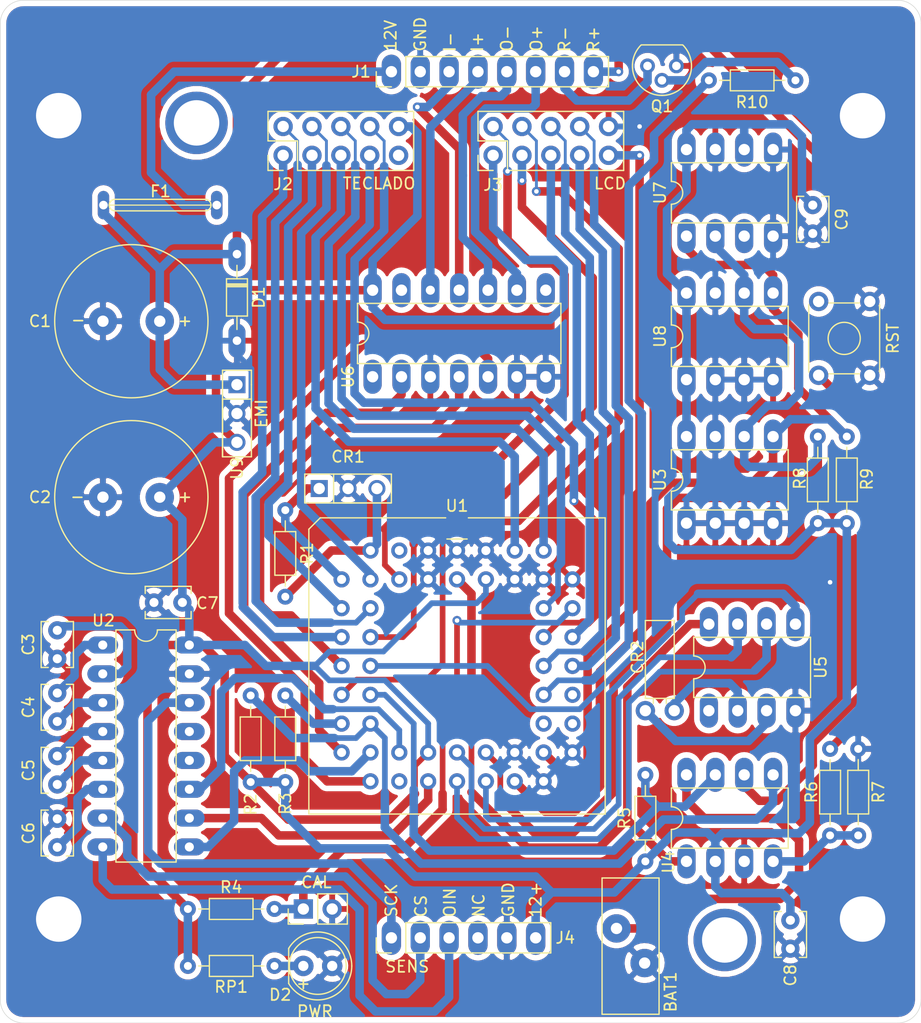
<source format=kicad_pcb>
(kicad_pcb (version 20171130) (host pcbnew "(5.1.12)-1")
  (layers (0 F.Cu signal) (31 B.Cu signal) (34 B.Paste user) (35 F.Paste user) (36 B.SilkS user) (37 F.SilkS user) (38 B.Mask user) (39 F.Mask user) (44 Edge.Cuts user))
  (net 0 "")
  (net 1 Earth)
  (net 2 "Net-(BAT1-Pad1)")
  (net 3 "Net-(C1-Pad1)")
  (net 4 VDD)
  (net 5 "Net-(C3-Pad2)")
  (net 6 "Net-(C4-Pad2)")
  (net 7 "Net-(C4-Pad1)")
  (net 8 "Net-(C5-Pad2)")
  (net 9 "Net-(C5-Pad1)")
  (net 10 "Net-(C6-Pad2)")
  (net 11 "Net-(CAL1-Pad1)")
  (net 12 "Net-(CR1-Pad3)")
  (net 13 "Net-(CR1-Pad1)")
  (net 14 "Net-(CR2-Pad2)")
  (net 15 "Net-(CR2-Pad1)")
  (net 16 "Net-(F1-Pad2)")
  (net 17 "Net-(J1-Pad7)")
  (net 18 "Net-(J1-Pad6)")
  (net 19 "Net-(J1-Pad5)")
  (net 20 "Net-(J1-Pad4)")
  (net 21 "Net-(J1-Pad3)")
  (net 22 "Net-(J2-Pad9)")
  (net 23 "Net-(J2-Pad8)")
  (net 24 "Net-(J2-Pad7)")
  (net 25 "Net-(J2-Pad6)")
  (net 26 "Net-(J2-Pad5)")
  (net 27 "Net-(J2-Pad4)")
  (net 28 "Net-(J2-Pad3)")
  (net 29 "Net-(J2-Pad2)")
  (net 30 "Net-(J2-Pad1)")
  (net 31 "Net-(J3-Pad9)")
  (net 32 "Net-(J3-Pad8)")
  (net 33 "Net-(J3-Pad7)")
  (net 34 "Net-(J3-Pad6)")
  (net 35 "Net-(J3-Pad5)")
  (net 36 "Net-(J3-Pad4)")
  (net 37 "Net-(J3-Pad3)")
  (net 38 "Net-(J3-Pad2)")
  (net 39 "Net-(J4-Pad6)")
  (net 40 "Net-(J4-Pad5)")
  (net 41 "Net-(J4-Pad4)")
  (net 42 "Net-(J4-Pad3)")
  (net 43 "Net-(Q1-Pad2)")
  (net 44 "Net-(R2-Pad2)")
  (net 45 "Net-(R3-Pad2)")
  (net 46 "Net-(R5-Pad1)")
  (net 47 "Net-(R6-Pad2)")
  (net 48 "Net-(R8-Pad1)")
  (net 49 "Net-(R9-Pad1)")
  (net 50 "Net-(R10-Pad2)")
  (net 51 "Net-(U1-Pad38)")
  (net 52 "Net-(U1-Pad36)")
  (net 53 "Net-(U1-Pad37)")
  (net 54 "Net-(U1-Pad29)")
  (net 55 "Net-(U1-Pad27)")
  (net 56 "Net-(U1-Pad25)")
  (net 57 "Net-(U1-Pad23)")
  (net 58 "Net-(U1-Pad21)")
  (net 59 "Net-(U1-Pad28)")
  (net 60 "Net-(U1-Pad24)")
  (net 61 "Net-(U1-Pad22)")
  (net 62 "Net-(U1-Pad20)")
  (net 63 "Net-(U1-Pad14)")
  (net 64 "Net-(U1-Pad5)")
  (net 65 "Net-(U1-Pad2)")
  (net 66 "Net-(U2-Pad13)")
  (net 67 "Net-(U2-Pad12)")
  (net 68 "Net-(U5-Pad1)")
  (net 69 "Net-(U6-Pad8)")
  (net 70 "Net-(U6-Pad13)")
  (net 71 "Net-(U6-Pad1)")
  (net 72 "Net-(U7-Pad3)")
  (net 73 "Net-(RST1-Pad3)")
  (net 74 "Net-(D2-Pad1)")
  (net 75 "Net-(RST1-Pad4)")
  (module Package_LCC:PLCC-52_THT-Socket (layer F.Cu) (at 135.4455 118.3005)
    (fp_text reference U1 (at 0 -3.937) (layer F.SilkS))
    (fp_text value 68HC11_PLCC)
    (pad 46 thru_hole circle (at 10.16 2.54) (size 1.4224 1.4224) (drill 0.8) (layers *.Cu *.Mask) (net 1 Earth))
    (pad 44 thru_hole circle (at 10.16 5.08) (size 1.4224 1.4224) (drill 0.8) (layers *.Cu *.Mask) (net 11 "Net-(CAL1-Pad1)"))
    (pad 42 thru_hole circle (at 10.16 7.62) (size 1.4224 1.4224) (drill 0.8) (layers *.Cu *.Mask) (net 37 "Net-(J3-Pad3)"))
    (pad 40 thru_hole circle (at 10.16 10.16) (size 1.4224 1.4224) (drill 0.8) (layers *.Cu *.Mask) (net 36 "Net-(J3-Pad4)"))
    (pad 38 thru_hole circle (at 10.16 12.7) (size 1.4224 1.4224) (drill 0.8) (layers *.Cu *.Mask) (net 51 "Net-(U1-Pad38)"))
    (pad 36 thru_hole circle (at 10.16 15.24) (size 1.4224 1.4224) (drill 0.8) (layers *.Cu *.Mask) (net 52 "Net-(U1-Pad36)"))
    (pad 47 thru_hole circle (at 7.62 0) (size 1.4224 1.4224) (drill 0.8) (layers *.Cu *.Mask) (net 23 "Net-(J2-Pad8)"))
    (pad 45 thru_hole circle (at 7.62 5.08) (size 1.4224 1.4224) (drill 0.8) (layers *.Cu *.Mask) (net 27 "Net-(J2-Pad4)"))
    (pad 43 thru_hole circle (at 7.62 7.62) (size 1.4224 1.4224) (drill 0.8) (layers *.Cu *.Mask) (net 22 "Net-(J2-Pad9)"))
    (pad 41 thru_hole circle (at 7.62 10.16) (size 1.4224 1.4224) (drill 0.8) (layers *.Cu *.Mask) (net 32 "Net-(J3-Pad8)"))
    (pad 39 thru_hole circle (at 7.62 12.7) (size 1.4224 1.4224) (drill 0.8) (layers *.Cu *.Mask) (net 31 "Net-(J3-Pad9)"))
    (pad 37 thru_hole circle (at 7.62 15.24) (size 1.4224 1.4224) (drill 0.8) (layers *.Cu *.Mask) (net 53 "Net-(U1-Pad37)"))
    (pad 35 thru_hole circle (at 7.62 17.78) (size 1.4224 1.4224) (drill 0.8) (layers *.Cu *.Mask) (net 35 "Net-(J3-Pad5)"))
    (pad 33 thru_hole circle (at 7.62 20.32) (size 1.4224 1.4224) (drill 0.8) (layers *.Cu *.Mask) (net 1 Earth))
    (pad 31 thru_hole circle (at 5.08 20.32) (size 1.4224 1.4224) (drill 0.8) (layers *.Cu *.Mask) (net 49 "Net-(R9-Pad1)"))
    (pad 29 thru_hole circle (at 2.54 20.32) (size 1.4224 1.4224) (drill 0.8) (layers *.Cu *.Mask) (net 54 "Net-(U1-Pad29)"))
    (pad 27 thru_hole circle (at 0 20.32) (size 1.4224 1.4224) (drill 0.8) (layers *.Cu *.Mask) (net 55 "Net-(U1-Pad27)"))
    (pad 25 thru_hole circle (at -2.54 20.32) (size 1.4224 1.4224) (drill 0.8) (layers *.Cu *.Mask) (net 56 "Net-(U1-Pad25)"))
    (pad 23 thru_hole circle (at -5.08 20.32) (size 1.4224 1.4224) (drill 0.8) (layers *.Cu *.Mask) (net 57 "Net-(U1-Pad23)"))
    (pad 21 thru_hole circle (at -7.62 20.32) (size 1.4224 1.4224) (drill 0.8) (layers *.Cu *.Mask) (net 58 "Net-(U1-Pad21)"))
    (pad 34 thru_hole circle (at 10.16 17.78) (size 1.4224 1.4224) (drill 0.8) (layers *.Cu *.Mask) (net 1 Earth))
    (pad 32 thru_hole circle (at 5.08 17.78) (size 1.4224 1.4224) (drill 0.8) (layers *.Cu *.Mask) (net 1 Earth))
    (pad 30 thru_hole circle (at 2.54 17.78) (size 1.4224 1.4224) (drill 0.8) (layers *.Cu *.Mask) (net 48 "Net-(R8-Pad1)"))
    (pad 28 thru_hole circle (at 0 17.78) (size 1.4224 1.4224) (drill 0.8) (layers *.Cu *.Mask) (net 59 "Net-(U1-Pad28)"))
    (pad 26 thru_hole circle (at -2.54 17.78) (size 1.4224 1.4224) (drill 0.8) (layers *.Cu *.Mask) (net 4 VDD))
    (pad 24 thru_hole circle (at -5.08 17.78) (size 1.4224 1.4224) (drill 0.8) (layers *.Cu *.Mask) (net 60 "Net-(U1-Pad24)"))
    (pad 22 thru_hole circle (at -7.62 17.78) (size 1.4224 1.4224) (drill 0.8) (layers *.Cu *.Mask) (net 61 "Net-(U1-Pad22)"))
    (pad 20 thru_hole circle (at -10.16 17.78) (size 1.4224 1.4224) (drill 0.8) (layers *.Cu *.Mask) (net 62 "Net-(U1-Pad20)"))
    (pad 18 thru_hole circle (at -10.16 15.24) (size 1.4224 1.4224) (drill 0.8) (layers *.Cu *.Mask) (net 45 "Net-(R3-Pad2)"))
    (pad 16 thru_hole circle (at -10.16 12.7) (size 1.4224 1.4224) (drill 0.8) (layers *.Cu *.Mask) (net 33 "Net-(J3-Pad7)"))
    (pad 14 thru_hole circle (at -10.16 10.16) (size 1.4224 1.4224) (drill 0.8) (layers *.Cu *.Mask) (net 63 "Net-(U1-Pad14)"))
    (pad 12 thru_hole circle (at -10.16 7.62) (size 1.4224 1.4224) (drill 0.8) (layers *.Cu *.Mask) (net 30 "Net-(J2-Pad1)"))
    (pad 10 thru_hole circle (at -10.16 5.08) (size 1.4224 1.4224) (drill 0.8) (layers *.Cu *.Mask) (net 29 "Net-(J2-Pad2)"))
    (pad 8 thru_hole circle (at -10.16 2.54) (size 1.4224 1.4224) (drill 0.8) (layers *.Cu *.Mask) (net 13 "Net-(CR1-Pad1)"))
    (pad 19 thru_hole circle (at -7.62 15.24) (size 1.4224 1.4224) (drill 0.8) (layers *.Cu *.Mask) (net 44 "Net-(R2-Pad2)"))
    (pad 17 thru_hole circle (at -7.62 12.7) (size 1.4224 1.4224) (drill 0.8) (layers *.Cu *.Mask) (net 46 "Net-(R5-Pad1)"))
    (pad 15 thru_hole circle (at -7.62 10.16) (size 1.4224 1.4224) (drill 0.8) (layers *.Cu *.Mask) (net 50 "Net-(R10-Pad2)"))
    (pad 13 thru_hole circle (at -7.62 7.62) (size 1.4224 1.4224) (drill 0.8) (layers *.Cu *.Mask) (net 38 "Net-(J3-Pad2)"))
    (pad 11 thru_hole circle (at -7.62 5.08) (size 1.4224 1.4224) (drill 0.8) (layers *.Cu *.Mask) (net 25 "Net-(J2-Pad6)"))
    (pad 9 thru_hole circle (at -7.62 2.54) (size 1.4224 1.4224) (drill 0.8) (layers *.Cu *.Mask) (net 24 "Net-(J2-Pad7)"))
    (pad 49 thru_hole circle (at 5.08 0) (size 1.4224 1.4224) (drill 0.8) (layers *.Cu *.Mask) (net 28 "Net-(J2-Pad3)"))
    (pad 51 thru_hole circle (at 2.54 0) (size 1.4224 1.4224) (drill 0.8) (layers *.Cu *.Mask) (net 1 Earth))
    (pad 7 thru_hole circle (at -7.62 0) (size 1.4224 1.4224) (drill 0.8) (layers *.Cu *.Mask) (net 12 "Net-(CR1-Pad3)"))
    (pad 5 thru_hole circle (at -5.08 0) (size 1.4224 1.4224) (drill 0.8) (layers *.Cu *.Mask) (net 64 "Net-(U1-Pad5)"))
    (pad 3 thru_hole circle (at -2.54 0) (size 1.4224 1.4224) (drill 0.8) (layers *.Cu *.Mask) (net 1 Earth))
    (pad 1 thru_hole circle (at 0 0) (size 1.4224 1.4224) (drill 0.8) (layers *.Cu *.Mask) (net 1 Earth))
    (pad 48 thru_hole circle (at 7.62 2.54) (size 1.4224 1.4224) (drill 0.8) (layers *.Cu *.Mask) (net 1 Earth))
    (pad 50 thru_hole circle (at 5.08 2.54) (size 1.4224 1.4224) (drill 0.8) (layers *.Cu *.Mask) (net 1 Earth))
    (pad 52 thru_hole circle (at 2.54 2.54) (size 1.4224 1.4224) (drill 0.8) (layers *.Cu *.Mask) (net 4 VDD))
    (pad 6 thru_hole circle (at -5.08 2.54) (size 1.4224 1.4224) (drill 0.8) (layers *.Cu *.Mask) (net 34 "Net-(J3-Pad6)"))
    (pad 4 thru_hole circle (at -2.54 2.54) (size 1.4224 1.4224) (drill 0.8) (layers *.Cu *.Mask) (net 1 Earth))
    (pad 2 thru_hole circle (at 0 2.54) (size 1.4224 1.4224) (drill 0.8) (layers *.Cu *.Mask) (net 65 "Net-(U1-Pad2)"))
  )
  (module Package_TO_SOT_THT:TO-92 (layer F.Cu) (at 154.7495 75.6285 180)
    (fp_text reference Q1 (at 1.27 -3.56) (layer F.SilkS))
    (fp_text value BC547)
    (pad 3 thru_hole oval (at 0 0 180) (size 1.3 1.3) (drill 0.75) (layers *.Cu *.Mask) (net 1 Earth))
    (pad 1 thru_hole circle (at 2.54 0 180) (size 1.3 1.3) (drill 0.75) (layers *.Cu *.Mask) (net 17 "Net-(J1-Pad7)"))
    (pad 2 thru_hole circle (at 1.27 -1.27 180) (size 1.3 1.3) (drill 0.75) (layers *.Cu *.Mask) (net 43 "Net-(Q1-Pad2)"))
  )
  (module PCB_N2:crystal_2.54_8.7mm (layer F.Cu) (at 151.9555 132.334)
    (fp_text reference CR2 (at -0.635 -4.6355 90) (layer F.SilkS))
    (fp_text value Crystal)
    (pad 2 thru_hole circle (at 0.0635 0.0635) (size 1.7 1.7) (drill 1) (layers *.Cu *.Mask) (net 14 "Net-(CR2-Pad2)"))
    (pad 1 thru_hole circle (at 2.6035 0.0635) (size 1.7 1.7) (drill 1) (layers *.Cu *.Mask) (net 15 "Net-(CR2-Pad1)"))
  )
  (module PCB_N2:Crystal_PIN-3 (layer F.Cu) (at 116.078 106.2355 270)
    (fp_text reference U9 (at 4.826 0 90) (layer F.SilkS))
    (fp_text value EMI)
    (pad 1 thru_hole rect (at -2.54 0 270) (size 1.5 1.5) (drill 1) (layers *.Cu *.Mask) (net 3 "Net-(C1-Pad1)"))
    (pad 3 thru_hole circle (at 2.54 0 270) (size 1.5 1.5) (drill 1) (layers *.Cu *.Mask) (net 4 VDD))
    (pad 2 thru_hole circle (at 0 0 270) (size 1.5 1.5) (drill 1) (layers *.Cu *.Mask) (net 1 Earth))
  )
  (module PCB_N2:Crystal_PIN-3 (layer F.Cu) (at 125.857 112.8395)
    (fp_text reference CR1 (at 0 -2.802) (layer F.SilkS))
    (fp_text value Crystal_GND2)
    (pad 1 thru_hole rect (at -2.54 0) (size 1.5 1.5) (drill 1) (layers *.Cu *.Mask) (net 13 "Net-(CR1-Pad1)"))
    (pad 3 thru_hole circle (at 2.54 0) (size 1.5 1.5) (drill 1) (layers *.Cu *.Mask) (net 12 "Net-(CR1-Pad3)"))
    (pad 2 thru_hole circle (at 0 0) (size 1.5 1.5) (drill 1) (layers *.Cu *.Mask) (net 1 Earth))
  )
  (module Package_DIP:DIP-14_W7.62mm (layer F.Cu) (at 128.016 102.997 90)
    (fp_text reference U6 (at 0 -2.159 90) (layer F.SilkS))
    (fp_text value MAX491EPD)
    (pad 14 thru_hole oval (at 7.62 0 90) (size 3 1.6) (drill 1) (layers *.Cu *.Mask) (net 4 VDD))
    (pad 7 thru_hole oval (at 0 15.24 90) (size 3 1.6) (drill 1) (layers *.Cu *.Mask) (net 1 Earth))
    (pad 13 thru_hole oval (at 7.62 2.54 90) (size 3 1.6) (drill 1) (layers *.Cu *.Mask) (net 70 "Net-(U6-Pad13)"))
    (pad 6 thru_hole oval (at 0 12.7 90) (size 3 1.6) (drill 1) (layers *.Cu *.Mask) (net 1 Earth))
    (pad 12 thru_hole oval (at 7.62 5.08 90) (size 3 1.6) (drill 0.8) (layers *.Cu *.Mask) (net 20 "Net-(J1-Pad4)"))
    (pad 5 thru_hole oval (at 0 10.16 90) (size 3 1.6) (drill 1) (layers *.Cu *.Mask) (net 58 "Net-(U1-Pad21)"))
    (pad 11 thru_hole oval (at 7.62 7.62 90) (size 3 1.6) (drill 1) (layers *.Cu *.Mask) (net 21 "Net-(J1-Pad3)"))
    (pad 4 thru_hole oval (at 0 7.62 90) (size 3 1.6) (drill 1) (layers *.Cu *.Mask) (net 63 "Net-(U1-Pad14)"))
    (pad 10 thru_hole oval (at 7.62 10.16 90) (size 3 1.6) (drill 1) (layers *.Cu *.Mask) (net 19 "Net-(J1-Pad5)"))
    (pad 3 thru_hole oval (at 0 5.08 90) (size 3 1.6) (drill 1) (layers *.Cu *.Mask) (net 1 Earth))
    (pad 9 thru_hole oval (at 7.62 12.7 90) (size 3 1.6) (drill 1) (layers *.Cu *.Mask) (net 18 "Net-(J1-Pad6)"))
    (pad 2 thru_hole oval (at 0 2.54 90) (size 3 1.6) (drill 1) (layers *.Cu *.Mask) (net 62 "Net-(U1-Pad20)"))
    (pad 8 thru_hole oval (at 7.62 15.24 90) (size 3 1.6) (drill 1) (layers *.Cu *.Mask) (net 69 "Net-(U6-Pad8)"))
    (pad 1 thru_hole oval (at 0 0 90) (size 3 1.6) (drill 1) (layers *.Cu *.Mask) (net 71 "Net-(U6-Pad1)"))
  )
  (module Package_DIP:DIP-8_W7.62mm (layer F.Cu) (at 155.6385 103.251 90)
    (fp_text reference U8 (at 3.81 -2.33 90) (layer F.SilkS))
    (fp_text value 24LC65)
    (pad 8 thru_hole oval (at 7.62 0 90) (size 3 1.6) (drill 1) (layers *.Cu *.Mask) (net 4 VDD))
    (pad 4 thru_hole oval (at 0 7.62 90) (size 3 1.6) (drill 1) (layers *.Cu *.Mask) (net 1 Earth))
    (pad 7 thru_hole oval (at 7.62 2.54 90) (size 3 1.6) (drill 1) (layers *.Cu *.Mask) (net 1 Earth))
    (pad 3 thru_hole oval (at 0 5.08 90) (size 3 1.6) (drill 1) (layers *.Cu *.Mask) (net 1 Earth))
    (pad 6 thru_hole oval (at 7.62 5.08 90) (size 3 1.6) (drill 1) (layers *.Cu *.Mask) (net 48 "Net-(R8-Pad1)"))
    (pad 2 thru_hole oval (at 0 2.54 90) (size 3 1.6) (drill 1) (layers *.Cu *.Mask) (net 1 Earth))
    (pad 5 thru_hole oval (at 7.62 7.62 90) (size 3 1.6) (drill 1) (layers *.Cu *.Mask) (net 49 "Net-(R9-Pad1)"))
    (pad 1 thru_hole oval (at 0 0 90) (size 3 1.6) (drill 1) (layers *.Cu *.Mask) (net 4 VDD))
  )
  (module Package_DIP:DIP-8_W7.62mm (layer F.Cu) (at 155.6385 90.6145 90)
    (fp_text reference U7 (at 3.81 -2.33 90) (layer F.SilkS))
    (fp_text value DS1621)
    (pad 8 thru_hole oval (at 7.62 0 90) (size 3 1.6) (drill 1) (layers *.Cu *.Mask) (net 4 VDD))
    (pad 4 thru_hole oval (at 0 7.62 90) (size 3 1.6) (drill 1) (layers *.Cu *.Mask) (net 1 Earth))
    (pad 7 thru_hole oval (at 7.62 2.54 90) (size 3 1.6) (drill 1) (layers *.Cu *.Mask) (net 1 Earth))
    (pad 3 thru_hole oval (at 0 5.08 90) (size 3 1.6) (drill 1) (layers *.Cu *.Mask) (net 72 "Net-(U7-Pad3)"))
    (pad 6 thru_hole oval (at 7.62 5.08 90) (size 3 1.6) (drill 1) (layers *.Cu *.Mask) (net 4 VDD))
    (pad 2 thru_hole oval (at 0 2.54 90) (size 3 1.6) (drill 1) (layers *.Cu *.Mask) (net 48 "Net-(R8-Pad1)"))
    (pad 5 thru_hole oval (at 7.62 7.62 90) (size 3 1.6) (drill 1) (layers *.Cu *.Mask) (net 1 Earth))
    (pad 1 thru_hole oval (at 0 0 90) (size 3 1.6) (drill 1) (layers *.Cu *.Mask) (net 49 "Net-(R9-Pad1)"))
  )
  (module Package_DIP:DIP-8_W7.62mm (layer F.Cu) (at 157.607 132.3975 90)
    (fp_text reference U5 (at 3.81 9.8425 90) (layer F.SilkS))
    (fp_text value DS1302+)
    (pad 8 thru_hole oval (at 7.62 0 90) (size 3 1.6) (drill 1) (layers *.Cu *.Mask) (net 65 "Net-(U1-Pad2)"))
    (pad 4 thru_hole oval (at 0 7.62 90) (size 3 1.6) (drill 1) (layers *.Cu *.Mask) (net 1 Earth))
    (pad 7 thru_hole oval (at 7.62 2.54 90) (size 3 1.6) (drill 1) (layers *.Cu *.Mask) (net 59 "Net-(U1-Pad28)"))
    (pad 3 thru_hole oval (at 0 5.08 90) (size 3 1.6) (drill 1) (layers *.Cu *.Mask) (net 14 "Net-(CR2-Pad2)"))
    (pad 6 thru_hole oval (at 7.62 5.08 90) (size 3 1.6) (drill 1) (layers *.Cu *.Mask) (net 55 "Net-(U1-Pad27)"))
    (pad 2 thru_hole oval (at 0 2.54 90) (size 3 1.6) (drill 1) (layers *.Cu *.Mask) (net 15 "Net-(CR2-Pad1)"))
    (pad 5 thru_hole oval (at 7.62 7.62 90) (size 3 1.6) (drill 1) (layers *.Cu *.Mask) (net 54 "Net-(U1-Pad29)"))
    (pad 1 thru_hole oval (at 0 0 90) (size 3 1.6) (drill 1) (layers *.Cu *.Mask) (net 68 "Net-(U5-Pad1)"))
  )
  (module Package_DIP:DIP-8_W7.62mm (layer F.Cu) (at 155.6385 145.669 90)
    (fp_text reference U4 (at -0.0635 -1.5875 270) (layer F.SilkS))
    (fp_text value MAX703)
    (pad 8 thru_hole oval (at 7.62 0 90) (size 3 1.6) (drill 1) (layers *.Cu *.Mask) (net 2 "Net-(BAT1-Pad1)"))
    (pad 4 thru_hole oval (at 0 7.62 90) (size 3 1.6) (drill 1) (layers *.Cu *.Mask) (net 47 "Net-(R6-Pad2)"))
    (pad 7 thru_hole oval (at 7.62 2.54 90) (size 3 1.6) (drill 1) (layers *.Cu *.Mask) (net 46 "Net-(R5-Pad1)"))
    (pad 3 thru_hole oval (at 0 5.08 90) (size 3 1.6) (drill 1) (layers *.Cu *.Mask) (net 1 Earth))
    (pad 6 thru_hole oval (at 7.62 5.08 90) (size 3 1.6) (drill 1) (layers *.Cu *.Mask) (net 73 "Net-(RST1-Pad3)"))
    (pad 2 thru_hole oval (at 0 2.54 90) (size 3 1.6) (drill 1) (layers *.Cu *.Mask) (net 4 VDD))
    (pad 5 thru_hole oval (at 7.62 7.62 90) (size 3 1.6) (drill 1) (layers *.Cu *.Mask) (net 44 "Net-(R2-Pad2)"))
    (pad 1 thru_hole oval (at 0 0 90) (size 3 1.6) (drill 1) (layers *.Cu *.Mask) (net 65 "Net-(U1-Pad2)"))
  )
  (module Package_DIP:DIP-8_W7.62mm (layer F.Cu) (at 155.6385 115.8875 90)
    (fp_text reference U3 (at 3.81 -2.33 90) (layer F.SilkS))
    (fp_text value 24LC65)
    (pad 8 thru_hole oval (at 7.62 0 90) (size 3 1.6) (drill 1) (layers *.Cu *.Mask) (net 4 VDD))
    (pad 4 thru_hole oval (at 0 7.62 90) (size 3 1.6) (drill 1) (layers *.Cu *.Mask) (net 1 Earth))
    (pad 7 thru_hole oval (at 7.62 2.54 90) (size 3 1.6) (drill 1) (layers *.Cu *.Mask) (net 1 Earth))
    (pad 3 thru_hole oval (at 0 5.08 90) (size 3 1.6) (drill 1) (layers *.Cu *.Mask) (net 1 Earth))
    (pad 6 thru_hole oval (at 7.62 5.08 90) (size 3 1.6) (drill 1) (layers *.Cu *.Mask) (net 48 "Net-(R8-Pad1)"))
    (pad 2 thru_hole oval (at 0 2.54 90) (size 3 1.6) (drill 1) (layers *.Cu *.Mask) (net 1 Earth))
    (pad 5 thru_hole oval (at 7.62 7.62 90) (size 3 1.6) (drill 1) (layers *.Cu *.Mask) (net 49 "Net-(R9-Pad1)"))
    (pad 1 thru_hole oval (at 0 0 90) (size 3 1.6) (drill 1) (layers *.Cu *.Mask) (net 1 Earth))
  )
  (module Package_DIP:DIP-16_W7.62mm (layer F.Cu) (at 104.267 126.619)
    (fp_text reference U2 (at 0.0635 -2.159) (layer F.SilkS))
    (fp_text value MAX232CPE)
    (pad 16 thru_hole oval (at 7.62 0) (size 2.7 1.5) (drill 0.8) (layers *.Cu *.Mask) (net 4 VDD))
    (pad 8 thru_hole oval (at 0 17.78) (size 2.7 1.5) (drill 0.8) (layers *.Cu *.Mask) (net 41 "Net-(J4-Pad4)"))
    (pad 15 thru_hole oval (at 7.62 2.54) (size 2.7 1.5) (drill 0.8) (layers *.Cu *.Mask) (net 1 Earth))
    (pad 7 thru_hole oval (at 0 15.24) (size 2.7 1.5) (drill 0.8) (layers *.Cu *.Mask) (net 40 "Net-(J4-Pad5)"))
    (pad 14 thru_hole oval (at 7.62 5.08) (size 2.7 1.5) (drill 0.8) (layers *.Cu *.Mask) (net 39 "Net-(J4-Pad6)"))
    (pad 6 thru_hole oval (at 0 12.7) (size 2.7 1.5) (drill 0.8) (layers *.Cu *.Mask) (net 10 "Net-(C6-Pad2)"))
    (pad 13 thru_hole oval (at 7.62 7.62) (size 2.7 1.5) (drill 0.8) (layers *.Cu *.Mask) (net 66 "Net-(U2-Pad13)"))
    (pad 5 thru_hole oval (at 0 10.16) (size 2.7 1.5) (drill 0.8) (layers *.Cu *.Mask) (net 8 "Net-(C5-Pad2)"))
    (pad 12 thru_hole oval (at 7.62 10.16) (size 2.7 1.5) (drill 0.8) (layers *.Cu *.Mask) (net 67 "Net-(U2-Pad12)"))
    (pad 4 thru_hole oval (at 0 7.62) (size 2.7 1.5) (drill 0.8) (layers *.Cu *.Mask) (net 9 "Net-(C5-Pad1)"))
    (pad 11 thru_hole oval (at 7.62 12.7) (size 2.7 1.5) (drill 0.8) (layers *.Cu *.Mask) (net 60 "Net-(U1-Pad24)"))
    (pad 3 thru_hole oval (at 0 5.08) (size 2.7 1.5) (drill 0.8) (layers *.Cu *.Mask) (net 6 "Net-(C4-Pad2)"))
    (pad 10 thru_hole oval (at 7.62 15.24) (size 2.7 1.5) (drill 0.8) (layers *.Cu *.Mask) (net 56 "Net-(U1-Pad25)"))
    (pad 2 thru_hole oval (at 0 2.54) (size 2.7 1.5) (drill 0.8) (layers *.Cu *.Mask) (net 5 "Net-(C3-Pad2)"))
    (pad 9 thru_hole oval (at 7.62 17.78) (size 2.7 1.5) (drill 0.8) (layers *.Cu *.Mask) (net 61 "Net-(U1-Pad22)"))
    (pad 1 thru_hole oval (at 0 0) (size 2.7 1.5) (drill 0.8) (layers *.Cu *.Mask) (net 7 "Net-(C4-Pad1)"))
  )
  (module Button_Switch_THT:SW_TH_Tactile_Omron_B3F-10xx (layer F.Cu) (at 171.7675 96.37 270)
    (fp_text reference RST1 hide)
    (fp_text value SW_Push_Dual)
    (pad 1 thru_hole circle (at 0 0 270) (size 1.7 1.7) (drill 1) (layers *.Cu *.Mask) (net 1 Earth))
    (pad 2 thru_hole circle (at 6.5 0 270) (size 1.7 1.7) (drill 1) (layers *.Cu *.Mask) (net 1 Earth))
    (pad 3 thru_hole circle (at 0 4.5 270) (size 1.7 1.7) (drill 1) (layers *.Cu *.Mask))
    (pad 4 thru_hole circle (at 6.5 4.5 270) (size 1.7 1.7) (drill 1) (layers *.Cu *.Mask) (net 75 "Net-(RST1-Pad4)"))
  )
  (module Resistor_THT:R_Axial_DIN0204_L3.6mm_D1.6mm_P7.62mm_Horizontal (layer F.Cu) (at 111.76 154.8765)
    (fp_text reference RP1 (at 3.81 1.8415) (layer F.SilkS))
    (fp_text value 360)
    (pad 2 thru_hole oval (at 7.62 0) (size 1.4 1.4) (drill 0.7) (layers *.Cu *.Mask) (net 74 "Net-(D2-Pad1)"))
    (pad 1 thru_hole circle (at 0 0) (size 1.4 1.4) (drill 0.7) (layers *.Cu *.Mask) (net 4 VDD))
  )
  (module Resistor_THT:R_Axial_DIN0204_L3.6mm_D1.6mm_P7.62mm_Horizontal (layer F.Cu) (at 165.227 76.8985 180)
    (fp_text reference R10 (at 3.81 -1.92) (layer F.SilkS))
    (fp_text value 9.1k)
    (pad 2 thru_hole oval (at 7.62 0 180) (size 1.4 1.4) (drill 0.7) (layers *.Cu *.Mask) (net 50 "Net-(R10-Pad2)"))
    (pad 1 thru_hole circle (at 0 0 180) (size 1.4 1.4) (drill 0.7) (layers *.Cu *.Mask) (net 43 "Net-(Q1-Pad2)"))
  )
  (module Resistor_THT:R_Axial_DIN0204_L3.6mm_D1.6mm_P7.62mm_Horizontal (layer F.Cu) (at 169.7465 108.266 270)
    (fp_text reference R9 (at 3.748 -1.767 90) (layer F.SilkS))
    (fp_text value 9.1k)
    (pad 2 thru_hole oval (at 7.62 0 270) (size 1.4 1.4) (drill 0.7) (layers *.Cu *.Mask) (net 4 VDD))
    (pad 1 thru_hole circle (at 0 0 270) (size 1.4 1.4) (drill 0.7) (layers *.Cu *.Mask) (net 49 "Net-(R9-Pad1)"))
  )
  (module Resistor_THT:R_Axial_DIN0204_L3.6mm_D1.6mm_P7.62mm_Horizontal (layer F.Cu) (at 167.1955 108.2675 270)
    (fp_text reference R8 (at 3.683 1.5875 90) (layer F.SilkS))
    (fp_text value 9.1k)
    (pad 2 thru_hole oval (at 7.62 0 270) (size 1.4 1.4) (drill 0.7) (layers *.Cu *.Mask) (net 4 VDD))
    (pad 1 thru_hole circle (at 0 0 270) (size 1.4 1.4) (drill 0.7) (layers *.Cu *.Mask) (net 48 "Net-(R8-Pad1)"))
  )
  (module Resistor_THT:R_Axial_DIN0204_L3.6mm_D1.6mm_P7.62mm_Horizontal (layer F.Cu) (at 170.7515 143.383 90)
    (fp_text reference R7 (at 3.81 1.778 90) (layer F.SilkS))
    (fp_text value 3.3k)
    (pad 2 thru_hole oval (at 7.62 0 90) (size 1.4 1.4) (drill 0.7) (layers *.Cu *.Mask) (net 1 Earth))
    (pad 1 thru_hole circle (at 0 0 90) (size 1.4 1.4) (drill 0.7) (layers *.Cu *.Mask) (net 47 "Net-(R6-Pad2)"))
  )
  (module Resistor_THT:R_Axial_DIN0204_L3.6mm_D1.6mm_P7.62mm_Horizontal (layer F.Cu) (at 168.275 135.763 270)
    (fp_text reference R6 (at 3.81 1.651 90) (layer F.SilkS))
    (fp_text value 9.1k)
    (pad 2 thru_hole oval (at 7.62 0 270) (size 1.4 1.4) (drill 0.7) (layers *.Cu *.Mask) (net 47 "Net-(R6-Pad2)"))
    (pad 1 thru_hole circle (at 0 0 270) (size 1.4 1.4) (drill 0.7) (layers *.Cu *.Mask) (net 3 "Net-(C1-Pad1)"))
  )
  (module Resistor_THT:R_Axial_DIN0204_L3.6mm_D1.6mm_P7.62mm_Horizontal (layer F.Cu) (at 152.019 138.049 270)
    (fp_text reference R5 (at 3.81 1.8415 90) (layer F.SilkS))
    (fp_text value 9.1k)
    (pad 2 thru_hole oval (at 7.62 0 270) (size 1.4 1.4) (drill 0.7) (layers *.Cu *.Mask) (net 4 VDD))
    (pad 1 thru_hole circle (at 0 0 270) (size 1.4 1.4) (drill 0.7) (layers *.Cu *.Mask) (net 46 "Net-(R5-Pad1)"))
  )
  (module Resistor_THT:R_Axial_DIN0204_L3.6mm_D1.6mm_P7.62mm_Horizontal (layer F.Cu) (at 111.76 149.86)
    (fp_text reference R4 (at 3.81 -1.92) (layer F.SilkS))
    (fp_text value 9.1k)
    (pad 2 thru_hole oval (at 7.62 0) (size 1.4 1.4) (drill 0.7) (layers *.Cu *.Mask) (net 11 "Net-(CAL1-Pad1)"))
    (pad 1 thru_hole circle (at 0 0) (size 1.4 1.4) (drill 0.7) (layers *.Cu *.Mask) (net 4 VDD))
  )
  (module Resistor_THT:R_Axial_DIN0204_L3.6mm_D1.6mm_P7.62mm_Horizontal (layer F.Cu) (at 120.3325 138.684 90)
    (fp_text reference R3 (at -1.905 0 90) (layer F.SilkS))
    (fp_text value 9.1k)
    (pad 2 thru_hole oval (at 7.62 0 90) (size 1.4 1.4) (drill 0.7) (layers *.Cu *.Mask) (net 45 "Net-(R3-Pad2)"))
    (pad 1 thru_hole circle (at 0 0 90) (size 1.4 1.4) (drill 0.7) (layers *.Cu *.Mask) (net 4 VDD))
  )
  (module Resistor_THT:R_Axial_DIN0204_L3.6mm_D1.6mm_P7.62mm_Horizontal (layer F.Cu) (at 117.2845 138.684 90)
    (fp_text reference R2 (at -1.9685 0 90) (layer F.SilkS))
    (fp_text value 9.1k)
    (pad 2 thru_hole oval (at 7.62 0 90) (size 1.4 1.4) (drill 0.7) (layers *.Cu *.Mask) (net 44 "Net-(R2-Pad2)"))
    (pad 1 thru_hole circle (at 0 0 90) (size 1.4 1.4) (drill 0.7) (layers *.Cu *.Mask) (net 4 VDD))
  )
  (module Resistor_THT:R_Axial_DIN0204_L3.6mm_D1.6mm_P7.62mm_Horizontal (layer F.Cu) (at 120.3325 114.7445 270)
    (fp_text reference R1 (at 3.81 -1.92 90) (layer F.SilkS))
    (fp_text value 10M)
    (pad 2 thru_hole oval (at 7.62 0 270) (size 1.4 1.4) (drill 0.7) (layers *.Cu *.Mask) (net 12 "Net-(CR1-Pad3)"))
    (pad 1 thru_hole circle (at 0 0 270) (size 1.4 1.4) (drill 0.7) (layers *.Cu *.Mask) (net 13 "Net-(CR1-Pad1)"))
  )
  (module Connector_PinHeader_2.54mm:PinHeader_1x06_P2.54mm_Vertical (layer F.Cu) (at 129.667 152.4 90)
    (fp_text reference J4 (at 0 15.3035 180) (layer F.SilkS))
    (fp_text value SENS)
    (pad 1 thru_hole oval (at 0 12.7 90) (size 3 1.7) (drill 1) (layers *.Cu *.Mask) (net 4 VDD))
    (pad 2 thru_hole oval (at 0 10.16 90) (size 3 1.7) (drill 1) (layers *.Cu *.Mask) (net 1 Earth))
    (pad 3 thru_hole oval (at 0 7.62 90) (size 3 1.7) (drill 1) (layers *.Cu *.Mask) (net 42 "Net-(J4-Pad3)"))
    (pad 4 thru_hole oval (at 0 5.08 90) (size 3 1.7) (drill 1) (layers *.Cu *.Mask) (net 41 "Net-(J4-Pad4)"))
    (pad 5 thru_hole oval (at 0 2.54 90) (size 3 1.7) (drill 1) (layers *.Cu *.Mask) (net 40 "Net-(J4-Pad5)"))
    (pad 6 thru_hole oval (at 0 0 90) (size 3 1.7) (drill 1) (layers *.Cu *.Mask) (net 39 "Net-(J4-Pad6)"))
  )
  (module Connector_PinHeader_2.54mm:PinHeader_2x05_P2.54mm_Vertical (layer F.Cu) (at 138.6205 83.5025 90)
    (fp_text reference J3 (at -2.6035 0 180) (layer F.SilkS))
    (fp_text value LCD)
    (pad 10 thru_hole oval (at 2.54 10.16 90) (size 1.7 1.7) (drill 1) (layers *.Cu *.Mask) (net 1 Earth))
    (pad 5 thru_hole oval (at 0 10.16 90) (size 1.7 1.7) (drill 1) (layers *.Cu *.Mask) (net 35 "Net-(J3-Pad5)"))
    (pad 9 thru_hole oval (at 2.54 7.62 90) (size 1.7 1.7) (drill 1) (layers *.Cu *.Mask) (net 31 "Net-(J3-Pad9)"))
    (pad 4 thru_hole oval (at 0 7.62 90) (size 1.7 1.7) (drill 1) (layers *.Cu *.Mask) (net 36 "Net-(J3-Pad4)"))
    (pad 8 thru_hole oval (at 2.54 5.08 90) (size 1.7 1.7) (drill 1) (layers *.Cu *.Mask) (net 32 "Net-(J3-Pad8)"))
    (pad 3 thru_hole oval (at 0 5.08 90) (size 1.7 1.7) (drill 1) (layers *.Cu *.Mask) (net 37 "Net-(J3-Pad3)"))
    (pad 7 thru_hole oval (at 2.54 2.54 90) (size 1.7 1.7) (drill 1) (layers *.Cu *.Mask) (net 33 "Net-(J3-Pad7)"))
    (pad 2 thru_hole oval (at 0 2.54 90) (size 1.7 1.7) (drill 1) (layers *.Cu *.Mask) (net 38 "Net-(J3-Pad2)"))
    (pad 6 thru_hole oval (at 2.54 0 90) (size 1.7 1.7) (drill 1) (layers *.Cu *.Mask) (net 34 "Net-(J3-Pad6)"))
    (pad 1 thru_hole oval (at 0 0 90) (size 1.7 1.7) (drill 1) (layers *.Cu *.Mask) (net 4 VDD))
  )
  (module Connector_PinHeader_2.54mm:PinHeader_2x05_P2.54mm_Vertical (layer F.Cu) (at 120.142 83.5025 90)
    (fp_text reference J2 (at -2.54 0 180) (layer F.SilkS))
    (fp_text value Teclado)
    (pad 10 thru_hole oval (at 2.54 10.16 90) (size 1.7 1.7) (drill 1) (layers *.Cu *.Mask) (net 4 VDD))
    (pad 5 thru_hole oval (at 0 10.16 90) (size 1.7 1.7) (drill 1) (layers *.Cu *.Mask) (net 26 "Net-(J2-Pad5)"))
    (pad 9 thru_hole oval (at 2.54 7.62 90) (size 1.7 1.7) (drill 1) (layers *.Cu *.Mask) (net 22 "Net-(J2-Pad9)"))
    (pad 4 thru_hole oval (at 0 7.62 90) (size 1.7 1.7) (drill 1) (layers *.Cu *.Mask) (net 27 "Net-(J2-Pad4)"))
    (pad 8 thru_hole oval (at 2.54 5.08 90) (size 1.7 1.7) (drill 1) (layers *.Cu *.Mask) (net 23 "Net-(J2-Pad8)"))
    (pad 3 thru_hole oval (at 0 5.08 90) (size 1.7 1.7) (drill 1) (layers *.Cu *.Mask) (net 28 "Net-(J2-Pad3)"))
    (pad 7 thru_hole oval (at 2.54 2.54 90) (size 1.7 1.7) (drill 1) (layers *.Cu *.Mask) (net 24 "Net-(J2-Pad7)"))
    (pad 2 thru_hole oval (at 0 2.54 90) (size 1.7 1.7) (drill 1) (layers *.Cu *.Mask) (net 29 "Net-(J2-Pad2)"))
    (pad 6 thru_hole oval (at 2.54 0 90) (size 1.7 1.7) (drill 1) (layers *.Cu *.Mask) (net 25 "Net-(J2-Pad6)"))
    (pad 1 thru_hole oval (at 0 0 90) (size 1.7 1.7) (drill 1) (layers *.Cu *.Mask) (net 30 "Net-(J2-Pad1)"))
  )
  (module Connector_PinHeader_2.54mm:PinHeader_1x08_P2.54mm_Vertical (layer F.Cu) (at 129.667 76.1365 90)
    (fp_text reference J1 (at 0 -2.667 180) (layer F.SilkS))
    (fp_text value Conn_01x08)
    (pad 8 thru_hole oval (at 0 17.78 90) (size 3 1.7) (drill 1) (layers *.Cu *.Mask) (net 3 "Net-(C1-Pad1)"))
    (pad 7 thru_hole oval (at 0 15.24 90) (size 3 1.7) (drill 1) (layers *.Cu *.Mask) (net 17 "Net-(J1-Pad7)"))
    (pad 6 thru_hole oval (at 0 12.7 90) (size 3 1.7) (drill 1) (layers *.Cu *.Mask) (net 18 "Net-(J1-Pad6)"))
    (pad 5 thru_hole oval (at 0 10.16 90) (size 3 1.7) (drill 1) (layers *.Cu *.Mask) (net 19 "Net-(J1-Pad5)"))
    (pad 4 thru_hole oval (at 0 7.62 90) (size 3 1.7) (drill 1) (layers *.Cu *.Mask) (net 20 "Net-(J1-Pad4)"))
    (pad 3 thru_hole oval (at 0 5.08 90) (size 3 1.7) (drill 1) (layers *.Cu *.Mask) (net 21 "Net-(J1-Pad3)"))
    (pad 2 thru_hole oval (at 0 2.54 90) (size 3 1.7) (drill 1) (layers *.Cu *.Mask) (net 1 Earth))
    (pad 1 thru_hole oval (at 0 0 90) (size 3 1.7) (drill 1) (layers *.Cu *.Mask) (net 16 "Net-(F1-Pad2)"))
  )
  (module PCB_N2:FUSE_10mm (layer F.Cu) (at 109.347 87.884)
    (fp_text reference F1 (at 0 -1.2065) (layer F.SilkS))
    (fp_text value Fuse)
    (pad 2 thru_hole oval (at 4.953 0) (size 1 2.5) (drill 0.76) (layers *.Cu *.Mask) (net 16 "Net-(F1-Pad2)"))
    (pad 1 thru_hole oval (at -5.0165 0) (size 1 2.5) (drill 0.76) (layers *.Cu *.Mask) (net 3 "Net-(C1-Pad1)"))
  )
  (module LED_THT:LED_D5.0mm_IRBlack (layer F.Cu) (at 121.92 154.8765)
    (fp_text reference D2 (at -2.032 2.54 180) (layer F.SilkS))
    (fp_text value RED)
    (pad 2 thru_hole circle (at 2.54 0) (size 1.8 1.8) (drill 0.9) (layers *.Cu *.Mask) (net 1 Earth))
    (pad 1 thru_hole circle (at 0 0) (size 1.8 1.8) (drill 0.9) (layers *.Cu *.Mask) (net 74 "Net-(D2-Pad1)"))
  )
  (module Diode_THT:D_DO-34_SOD68_P7.62mm_Horizontal (layer F.Cu) (at 116.078 92.202 270)
    (fp_text reference D1 (at 3.81 -1.92 90) (layer F.SilkS))
    (fp_text value DIODE)
    (pad 2 thru_hole oval (at 7.62 0 270) (size 3 1.5) (drill 0.75) (layers *.Cu *.Mask) (net 1 Earth))
    (pad 1 thru_hole oval (at 0 0 270) (size 3 1.5) (drill 0.75) (layers *.Cu *.Mask) (net 3 "Net-(C1-Pad1)"))
  )
  (module Connector_PinHeader_2.54mm:PinHeader_1x02_P2.54mm_Vertical (layer F.Cu) (at 121.92 149.86 90)
    (fp_text reference CAL (at 2.3495 1.143 180) (layer F.SilkS))
    (fp_text value Conn_01x02)
    (pad 2 thru_hole oval (at 0 2.54 90) (size 1.7 1.7) (drill 1) (layers *.Cu *.Mask) (net 1 Earth))
    (pad 1 thru_hole rect (at 0 0 90) (size 1.7 1.7) (drill 1) (layers *.Cu *.Mask) (net 11 "Net-(CAL1-Pad1)"))
  )
  (module Capacitor_THT:C_Disc_D3.8mm_W2.6mm_P2.50mm (layer F.Cu) (at 166.751 87.884 270)
    (fp_text reference C9 (at 1.25 -2.55 90) (layer F.SilkS))
    (fp_text value C_Small)
    (pad 2 thru_hole circle (at 2.5 0 270) (size 1.6 1.6) (drill 0.8) (layers *.Cu *.Mask) (net 1 Earth))
    (pad 1 thru_hole circle (at 0 0 270) (size 1.6 1.6) (drill 0.8) (layers *.Cu *.Mask) (net 4 VDD))
  )
  (module Capacitor_THT:C_Disc_D3.8mm_W2.6mm_P2.50mm (layer F.Cu) (at 164.7825 153.3525 90)
    (fp_text reference C8 (at -2.3495 0 90) (layer F.SilkS))
    (fp_text value C_Small)
    (pad 2 thru_hole circle (at 2.5 0 90) (size 1.6 1.6) (drill 0.8) (layers *.Cu *.Mask) (net 4 VDD))
    (pad 1 thru_hole circle (at 0 0 90) (size 1.6 1.6) (drill 0.8) (layers *.Cu *.Mask) (net 1 Earth))
  )
  (module Capacitor_THT:C_Disc_D3.8mm_W2.6mm_P2.50mm (layer F.Cu) (at 111.2755 122.8725 180)
    (fp_text reference C7 (at -2.199 -0.0635) (layer F.SilkS))
    (fp_text value C_Small)
    (pad 2 thru_hole circle (at 2.5 0 180) (size 1.6 1.6) (drill 0.8) (layers *.Cu *.Mask) (net 1 Earth))
    (pad 1 thru_hole circle (at 0 0 180) (size 1.6 1.6) (drill 0.8) (layers *.Cu *.Mask) (net 4 VDD))
  )
  (module Capacitor_THT:C_Disc_D3.8mm_W2.6mm_P2.50mm (layer F.Cu) (at 100.2665 141.9225 270)
    (fp_text reference C6 (at 1.27 2.54 90) (layer F.SilkS))
    (fp_text value C_Small)
    (pad 2 thru_hole circle (at 2.5 0 270) (size 1.6 1.6) (drill 0.8) (layers *.Cu *.Mask) (net 10 "Net-(C6-Pad2)"))
    (pad 1 thru_hole circle (at 0 0 270) (size 1.6 1.6) (drill 0.8) (layers *.Cu *.Mask) (net 1 Earth))
  )
  (module Capacitor_THT:C_Disc_D3.8mm_W2.6mm_P2.50mm (layer F.Cu) (at 100.2665 136.398 270)
    (fp_text reference C5 (at 1.25 2.54 90) (layer F.SilkS))
    (fp_text value C_Small)
    (pad 2 thru_hole circle (at 2.5 0 270) (size 1.6 1.6) (drill 0.8) (layers *.Cu *.Mask) (net 8 "Net-(C5-Pad2)"))
    (pad 1 thru_hole circle (at 0 0 270) (size 1.6 1.6) (drill 0.8) (layers *.Cu *.Mask) (net 9 "Net-(C5-Pad1)"))
  )
  (module Capacitor_THT:C_Disc_D3.8mm_W2.6mm_P2.50mm (layer F.Cu) (at 100.2665 130.85 270)
    (fp_text reference C4 (at 1.25 2.54 90) (layer F.SilkS))
    (fp_text value C_Small)
    (pad 2 thru_hole circle (at 2.5 0 270) (size 1.6 1.6) (drill 0.8) (layers *.Cu *.Mask) (net 6 "Net-(C4-Pad2)"))
    (pad 1 thru_hole circle (at 0 0 270) (size 1.6 1.6) (drill 0.8) (layers *.Cu *.Mask) (net 7 "Net-(C4-Pad1)"))
  )
  (module Capacitor_THT:C_Disc_D3.8mm_W2.6mm_P2.50mm (layer F.Cu) (at 100.2665 127.8255 90)
    (fp_text reference C3 (at 1.25 -2.55 90) (layer F.SilkS))
    (fp_text value C_Small)
    (pad 2 thru_hole circle (at 2.5 0 90) (size 1.6 1.6) (drill 0.8) (layers *.Cu *.Mask) (net 5 "Net-(C3-Pad2)"))
    (pad 1 thru_hole circle (at 0 0 90) (size 1.6 1.6) (drill 0.8) (layers *.Cu *.Mask) (net 1 Earth))
  )
  (module PCB_N2:CP_13.25_5.0mm (layer F.Cu) (at 106.7835 113.6015 180)
    (fp_text reference C2 (at 8.041 0) (layer F.SilkS))
    (fp_text value CP_Small)
    (pad 2 thru_hole oval (at 2.5 0 180) (size 2.5 2.5) (drill 1) (layers *.Cu *.Mask) (net 1 Earth))
    (pad 1 thru_hole oval (at -2.5 0 180) (size 2.5 2.5) (drill 1) (layers *.Cu *.Mask) (net 4 VDD))
  )
  (module PCB_N2:CP_13.25_5.0mm (layer F.Cu) (at 106.7835 98.1075 180)
    (fp_text reference C1 (at 8.041 0) (layer F.SilkS))
    (fp_text value CP_Small)
    (pad 2 thru_hole oval (at 2.5 0 180) (size 2.5 2.5) (drill 1) (layers *.Cu *.Mask) (net 1 Earth))
    (pad 1 thru_hole oval (at -2.5 0 180) (size 2.5 2.5) (drill 1) (layers *.Cu *.Mask) (net 3 "Net-(C1-Pad1)"))
  )
  (module PCB_N2:BatteryHolder_5.5_5mm (layer F.Cu) (at 151.9555 154.6225 90)
    (fp_text reference BAT1 (at -2.54 2.286 90) (layer F.SilkS))
    (fp_text value Battery_Cell)
    (pad 1 thru_hole circle (at 3.048 -2.4765 90) (size 2.5 2.5) (drill 1) (layers *.Cu *.Mask) (net 2 "Net-(BAT1-Pad1)"))
    (pad 2 thru_hole circle (at 0 0 90) (size 2.5 2.5) (drill 1) (layers *.Cu *.Mask) (net 1 Earth))
  )
  (gr_text EMI (at 118.237 106.2355 90) (layer F.SilkS) (effects (font (size 1 1))))
  (gr_text RST (at 173.7995 99.6315 90) (layer F.SilkS) (effects (font (size 1 1))))
  (gr_text PWR (at 122.936 158.877) (layer F.SilkS) (effects (font (size 1 1))))
  (gr_text + (at 121.92 156.4005) (layer F.SilkS) (effects (font (size 1 1))))
  (gr_text + (at 111.506 113.538) (layer F.SilkS) (effects (font (size 1 1))))
  (gr_text "-\n" (at 102.0445 113.538) (layer F.SilkS) (effects (font (size 1 1))))
  (gr_text - (at 102.108 97.9805) (layer F.SilkS) (effects (font (size 1 1))))
  (gr_text + (at 111.506 98.044) (layer F.SilkS) (effects (font (size 1 1))))
  (gr_text SENS (at 131.064 154.94) (layer F.SilkS) (effects (font (size 1 1))))
  (gr_line (start 134.5565 117.2845) (end 136.3345 117.2845) (layer F.SilkS) (width 0.12))
  (gr_text SCK (at 129.667 149.098 90) (layer F.SilkS) (effects (font (size 1 1))))
  (gr_text CS (at 132.2705 149.606 90) (layer F.SilkS) (effects (font (size 1 1))))
  (gr_text OIN (at 134.8105 149.2885 90) (layer F.SilkS) (effects (font (size 1 1))))
  (gr_text NC (at 137.3505 149.5425 90) (layer F.SilkS) (effects (font (size 1 1))))
  (gr_text GND (at 139.954 149.0345 90) (layer F.SilkS) (effects (font (size 1 1))))
  (gr_text 12+ (at 142.367 149.0345 90) (layer F.SilkS) (effects (font (size 1 1))))
  (gr_text LCD (at 148.9075 85.979) (layer F.SilkS) (effects (font (size 1 1))))
  (gr_text TECLADO (at 128.5875 85.979) (layer F.SilkS) (effects (font (size 1 1))))
  (gr_text R+ (at 147.447 73.279 90) (layer F.SilkS) (effects (font (size 1 1))))
  (gr_text R- (at 144.907 73.279 90) (layer F.SilkS) (effects (font (size 1 1))))
  (gr_text O+ (at 142.4305 73.2155 90) (layer F.SilkS) (effects (font (size 1 1))))
  (gr_text O- (at 139.827 73.2155 90) (layer F.SilkS) (effects (font (size 1 1))))
  (gr_text I+ (at 137.2235 73.533 90) (layer F.SilkS) (effects (font (size 1 1))))
  (gr_text I- (at 134.8105 73.533 90) (layer F.SilkS) (effects (font (size 1 1))))
  (gr_text GND (at 132.207 72.8345 90) (layer F.SilkS) (effects (font (size 1 1))))
  (gr_text 12V (at 129.6035 72.9615 90) (layer F.SilkS) (effects (font (size 1 1))))
  (gr_line (start 174.244 159.893) (end 97.282 159.893) (layer Edge.Cuts) (width 0.05))
  (gr_line (start 176.276 71.882) (end 176.276 157.861) (layer Edge.Cuts) (width 0.05))
  (gr_line (start 97.282 69.85) (end 174.244 69.85) (layer Edge.Cuts) (width 0.05))
  (gr_line (start 95.25 157.861) (end 95.25 71.882) (layer Edge.Cuts) (width 0.05))
  (gr_arc (start 97.282 157.861) (end 95.25 157.861) (angle -90) (layer Edge.Cuts) (width 0.05))
  (gr_arc (start 174.244 157.861) (end 174.244 159.893) (angle -90) (layer Edge.Cuts) (width 0.05))
  (gr_arc (start 174.244 71.882) (end 176.276 71.882) (angle -90) (layer Edge.Cuts) (width 0.05))
  (gr_arc (start 97.282 71.882) (end 97.282 69.85) (angle -90) (layer Edge.Cuts) (width 0.05))
  (via (at 112.522 80.645) (size 5.5) (drill 4) (layers F.Cu B.Cu) (net 0))
  (via (at 159.004 152.5905) (size 5.5) (drill 4) (layers F.Cu B.Cu) (net 0))
  (via (at 100.3935 80.01) (size 8.5) (drill 4) (layers F.Cu B.Cu) (net 1))
  (via (at 171.1325 80.01) (size 8.5) (drill 4) (layers F.Cu B.Cu) (net 1))
  (via (at 171.1325 150.749) (size 8.5) (drill 4) (layers F.Cu B.Cu) (net 1))
  (via (at 100.3935 150.749) (size 8.5) (drill 4) (layers F.Cu B.Cu) (net 1))
  (via (at 168.275 121.0945) (size 0.8) (drill 0.4) (layers F.Cu B.Cu) (net 1))
  (via (at 151.511 80.9625) (size 0.8) (drill 0.4) (layers F.Cu B.Cu) (net 1))
  (segment (start 140.5255 120.8405) (end 137.9855 118.3005) (width 0.75) (layer B.Cu) (net 1))
  (segment (start 116.078 99.822) (end 116.078 101.0285) (width 0.5) (layer B.Cu) (net 1))
  (segment (start 116.078 101.0285) (end 117.348 102.2985) (width 0.5) (layer B.Cu) (net 1))
  (segment (start 117.348 104.9655) (end 116.078 106.2355) (width 0.5) (layer B.Cu) (net 1))
  (segment (start 117.348 102.2985) (end 117.348 104.9655) (width 0.5) (layer B.Cu) (net 1))
  (segment (start 149.479 151.5745) (end 154.559 151.5745) (width 0.75) (layer F.Cu) (net 2))
  (segment (start 154.559 151.5745) (end 157.1625 148.971) (width 0.75) (layer F.Cu) (net 2))
  (segment (start 157.1625 148.971) (end 163.8935 148.971) (width 0.75) (layer F.Cu) (net 2))
  (segment (start 163.8935 148.971) (end 165.5445 147.32) (width 0.75) (layer F.Cu) (net 2))
  (segment (start 165.5445 147.32) (end 165.5445 143.8275) (width 0.75) (layer F.Cu) (net 2))
  (segment (start 165.5445 143.8275) (end 163.576 141.859) (width 0.75) (layer F.Cu) (net 2))
  (segment (start 155.6385 140.299) (end 155.6385 138.049) (width 0.75) (layer F.Cu) (net 2))
  (segment (start 157.1985 141.859) (end 155.6385 140.299) (width 0.75) (layer F.Cu) (net 2))
  (segment (start 163.576 141.859) (end 157.1985 141.859) (width 0.75) (layer F.Cu) (net 2))
  (segment (start 116.078 103.6955) (end 110.617 103.6955) (width 0.75) (layer B.Cu) (net 3))
  (segment (start 109.2835 102.362) (end 109.2835 98.1075) (width 0.75) (layer B.Cu) (net 3))
  (segment (start 110.617 103.6955) (end 109.2835 102.362) (width 0.75) (layer B.Cu) (net 3))
  (segment (start 116.078 92.202) (end 110.617 92.202) (width 0.75) (layer B.Cu) (net 3))
  (segment (start 110.617 92.202) (end 109.2835 93.5355) (width 0.75) (layer B.Cu) (net 3))
  (segment (start 109.2835 93.5355) (end 109.2835 98.1075) (width 0.75) (layer B.Cu) (net 3))
  (segment (start 104.3305 88.5825) (end 104.3305 87.884) (width 0.75) (layer B.Cu) (net 3))
  (segment (start 109.2835 93.5355) (end 104.3305 88.5825) (width 0.75) (layer B.Cu) (net 3))
  (segment (start 116.078 92.202) (end 116.078 78.5495) (width 0.75) (layer F.Cu) (net 3))
  (segment (start 116.078 78.5495) (end 122.2375 72.39) (width 0.75) (layer F.Cu) (net 3))
  (segment (start 122.2375 72.39) (end 147.701 72.39) (width 0.75) (layer F.Cu) (net 3))
  (segment (start 147.701 72.39) (end 149.6695 74.3585) (width 0.75) (layer F.Cu) (net 3))
  (segment (start 149.6695 74.3585) (end 151.638 72.39) (width 0.75) (layer F.Cu) (net 3))
  (segment (start 151.638 72.39) (end 156.1465 72.39) (width 0.75) (layer F.Cu) (net 3))
  (segment (start 156.1465 72.39) (end 169.4815 85.725) (width 0.75) (layer F.Cu) (net 3))
  (segment (start 169.4815 85.725) (end 169.4815 102.997) (width 0.75) (layer F.Cu) (net 3))
  (via (at 149.6695 76.1365) (size 0.8) (drill 0.4) (layers F.Cu B.Cu) (net 3))
  (segment (start 149.6695 74.3585) (end 149.6695 76.1365) (width 0.75) (layer F.Cu) (net 3))
  (segment (start 149.6695 76.1365) (end 147.447 76.1365) (width 0.75) (layer B.Cu) (net 3))
  (segment (start 169.4815 102.997) (end 173.0375 106.553) (width 0.75) (layer F.Cu) (net 3))
  (segment (start 173.0375 131.0005) (end 173.0375 106.553) (width 0.75) (layer F.Cu) (net 3))
  (segment (start 168.275 135.763) (end 173.0375 131.0005) (width 0.75) (layer F.Cu) (net 3))
  (segment (start 111.76 154.8765) (end 111.76 149.86) (width 0.75) (layer B.Cu) (net 4))
  (segment (start 169.745 115.8875) (end 169.7465 115.886) (width 0.75) (layer B.Cu) (net 4))
  (segment (start 167.1955 115.8875) (end 169.745 115.8875) (width 0.75) (layer B.Cu) (net 4))
  (segment (start 109.2835 113.6015) (end 114.1095 108.7755) (width 0.75) (layer B.Cu) (net 4))
  (segment (start 114.1095 108.7755) (end 116.078 108.7755) (width 0.75) (layer B.Cu) (net 4))
  (segment (start 111.2755 115.5935) (end 109.2835 113.6015) (width 0.75) (layer B.Cu) (net 4))
  (segment (start 111.2755 122.8725) (end 111.2755 115.5935) (width 0.75) (layer B.Cu) (net 4))
  (segment (start 111.887 123.484) (end 111.2755 122.8725) (width 0.75) (layer B.Cu) (net 4))
  (segment (start 111.887 126.619) (end 111.887 123.484) (width 0.75) (layer B.Cu) (net 4))
  (segment (start 166.751 87.884) (end 165.7985 86.9315) (width 0.75) (layer B.Cu) (net 4))
  (segment (start 165.7985 86.9315) (end 165.7985 81.8515) (width 0.75) (layer B.Cu) (net 4))
  (segment (start 165.7985 81.8515) (end 164.719 80.772) (width 0.75) (layer B.Cu) (net 4))
  (segment (start 155.6385 81.28) (end 155.6385 82.9945) (width 0.75) (layer B.Cu) (net 4))
  (segment (start 156.1465 80.772) (end 155.6385 81.28) (width 0.75) (layer B.Cu) (net 4))
  (segment (start 160.7185 82.9945) (end 160.7185 80.772) (width 0.75) (layer B.Cu) (net 4))
  (segment (start 160.7185 80.772) (end 156.1465 80.772) (width 0.75) (layer B.Cu) (net 4))
  (segment (start 164.719 80.772) (end 160.7185 80.772) (width 0.75) (layer B.Cu) (net 4))
  (segment (start 158.1785 147.919) (end 158.1785 145.669) (width 0.75) (layer B.Cu) (net 4))
  (segment (start 158.7225 148.463) (end 158.1785 147.919) (width 0.75) (layer B.Cu) (net 4))
  (segment (start 164.0205 148.463) (end 158.7225 148.463) (width 0.75) (layer B.Cu) (net 4))
  (segment (start 164.7825 149.225) (end 164.0205 148.463) (width 0.75) (layer B.Cu) (net 4))
  (segment (start 164.7825 150.8525) (end 164.7825 149.225) (width 0.75) (layer B.Cu) (net 4))
  (segment (start 158.1785 145.669) (end 158.1785 145.0975) (width 0.75) (layer B.Cu) (net 4))
  (segment (start 158.8135 143.1925) (end 158.1785 143.8275) (width 0.75) (layer B.Cu) (net 4))
  (segment (start 158.1785 143.8275) (end 158.1785 145.669) (width 0.75) (layer B.Cu) (net 4))
  (segment (start 165.5445 143.1925) (end 158.8135 143.1925) (width 0.75) (layer B.Cu) (net 4))
  (segment (start 166.497 134.8105) (end 166.497 142.24) (width 0.75) (layer B.Cu) (net 4))
  (segment (start 166.497 142.24) (end 165.5445 143.1925) (width 0.75) (layer B.Cu) (net 4))
  (segment (start 169.7465 131.561) (end 166.497 134.8105) (width 0.75) (layer B.Cu) (net 4))
  (segment (start 169.7465 115.886) (end 169.7465 131.561) (width 0.75) (layer B.Cu) (net 4))
  (segment (start 157.48 143.129) (end 158.1785 143.8275) (width 0.75) (layer B.Cu) (net 4))
  (segment (start 154.559 143.129) (end 157.48 143.129) (width 0.75) (layer B.Cu) (net 4))
  (segment (start 152.019 145.669) (end 154.559 143.129) (width 0.75) (layer B.Cu) (net 4))
  (segment (start 152.019 145.669) (end 149.2885 148.3995) (width 0.75) (layer B.Cu) (net 4))
  (segment (start 149.2885 148.3995) (end 143.764 148.3995) (width 0.75) (layer B.Cu) (net 4))
  (segment (start 142.367 149.7965) (end 142.367 152.4) (width 0.75) (layer B.Cu) (net 4))
  (segment (start 143.764 148.3995) (end 142.367 149.7965) (width 0.75) (layer B.Cu) (net 4))
  (segment (start 120.3325 138.684) (end 120.3325 141.5415) (width 0.75) (layer B.Cu) (net 4))
  (segment (start 120.3325 141.5415) (end 123.317 144.526) (width 0.75) (layer B.Cu) (net 4))
  (segment (start 123.317 144.526) (end 129.286 144.526) (width 0.75) (layer B.Cu) (net 4))
  (segment (start 129.286 144.526) (end 131.7625 147.0025) (width 0.75) (layer B.Cu) (net 4))
  (segment (start 142.367 147.0025) (end 143.764 148.3995) (width 0.75) (layer B.Cu) (net 4))
  (segment (start 131.7625 147.0025) (end 142.367 147.0025) (width 0.75) (layer B.Cu) (net 4))
  (segment (start 167.1955 115.8875) (end 164.846 118.237) (width 0.75) (layer B.Cu) (net 4))
  (segment (start 164.846 118.237) (end 154.686 118.237) (width 0.75) (layer B.Cu) (net 4))
  (segment (start 154.686 118.237) (end 154.051 117.602) (width 0.75) (layer B.Cu) (net 4))
  (segment (start 154.051 117.602) (end 154.051 113.7285) (width 0.75) (layer B.Cu) (net 4))
  (segment (start 155.6385 112.141) (end 155.6385 108.2675) (width 0.75) (layer B.Cu) (net 4))
  (segment (start 154.051 113.7285) (end 155.6385 112.141) (width 0.75) (layer B.Cu) (net 4))
  (segment (start 155.6385 108.2675) (end 155.6385 103.251) (width 0.75) (layer B.Cu) (net 4))
  (segment (start 155.6385 103.251) (end 155.6385 95.631) (width 0.75) (layer B.Cu) (net 4))
  (segment (start 155.6385 86.614) (end 155.6385 82.9945) (width 0.75) (layer B.Cu) (net 4))
  (segment (start 153.924 88.3285) (end 155.6385 86.614) (width 0.75) (layer B.Cu) (net 4))
  (segment (start 153.924 93.9165) (end 153.924 88.3285) (width 0.75) (layer B.Cu) (net 4))
  (segment (start 155.6385 95.631) (end 153.924 93.9165) (width 0.75) (layer B.Cu) (net 4))
  (segment (start 128.016 95.377) (end 128.016 92.7735) (width 0.75) (layer B.Cu) (net 4))
  (segment (start 128.016 92.7735) (end 131.953 88.8365) (width 0.75) (layer B.Cu) (net 4))
  (segment (start 131.953 88.8365) (end 131.953 81.534) (width 0.75) (layer B.Cu) (net 4))
  (segment (start 131.3815 80.9625) (end 130.302 80.9625) (width 0.75) (layer B.Cu) (net 4))
  (segment (start 131.953 81.534) (end 131.3815 80.9625) (width 0.75) (layer B.Cu) (net 4))
  (segment (start 138.6205 83.5025) (end 138.6205 89.8525) (width 0.75) (layer B.Cu) (net 4))
  (segment (start 138.6205 89.8525) (end 141.478 92.71) (width 0.75) (layer B.Cu) (net 4))
  (segment (start 141.478 92.71) (end 144.0815 92.71) (width 0.75) (layer B.Cu) (net 4))
  (segment (start 144.0815 92.71) (end 144.8435 93.472) (width 0.75) (layer B.Cu) (net 4))
  (segment (start 144.8435 93.472) (end 144.8435 96.774) (width 0.75) (layer B.Cu) (net 4))
  (segment (start 144.8435 96.774) (end 143.637 97.9805) (width 0.75) (layer B.Cu) (net 4))
  (segment (start 143.637 97.9805) (end 129.0955 97.9805) (width 0.75) (layer B.Cu) (net 4))
  (segment (start 128.016 96.901) (end 128.016 95.377) (width 0.75) (layer B.Cu) (net 4))
  (segment (start 129.0955 97.9805) (end 128.016 96.901) (width 0.75) (layer B.Cu) (net 4))
  (segment (start 116.078 108.7755) (end 114.2365 106.934) (width 0.75) (layer F.Cu) (net 4))
  (segment (start 114.2365 106.934) (end 114.2365 97.282) (width 0.75) (layer F.Cu) (net 4))
  (segment (start 116.1415 95.377) (end 128.016 95.377) (width 0.75) (layer F.Cu) (net 4))
  (segment (start 114.2365 97.282) (end 116.1415 95.377) (width 0.75) (layer F.Cu) (net 4))
  (segment (start 111.76 149.86) (end 108.204 146.304) (width 0.75) (layer F.Cu) (net 4))
  (segment (start 108.204 146.304) (end 108.204 127.5715) (width 0.75) (layer F.Cu) (net 4))
  (segment (start 109.1565 126.619) (end 111.887 126.619) (width 0.75) (layer F.Cu) (net 4))
  (segment (start 108.204 127.5715) (end 109.1565 126.619) (width 0.75) (layer F.Cu) (net 4))
  (segment (start 111.887 126.619) (end 113.0935 126.619) (width 0.75) (layer F.Cu) (net 4))
  (segment (start 113.0935 126.619) (end 114.9985 128.524) (width 0.75) (layer F.Cu) (net 4))
  (segment (start 114.9985 136.398) (end 117.2845 138.684) (width 0.75) (layer F.Cu) (net 4))
  (segment (start 114.9985 128.524) (end 114.9985 136.398) (width 0.75) (layer F.Cu) (net 4))
  (segment (start 117.2845 138.684) (end 120.3325 138.684) (width 0.75) (layer B.Cu) (net 4))
  (segment (start 117.2845 138.684) (end 120.5865 141.986) (width 0.75) (layer F.Cu) (net 4))
  (segment (start 120.5865 141.986) (end 129.4765 141.986) (width 0.75) (layer F.Cu) (net 4))
  (segment (start 131.744299 137.241701) (end 132.9055 136.0805) (width 0.5) (layer F.Cu) (net 4))
  (segment (start 131.744299 139.718201) (end 131.744299 137.241701) (width 0.5) (layer F.Cu) (net 4))
  (segment (start 131.744299 139.718201) (end 129.4765 141.986) (width 0.75) (layer F.Cu) (net 4))
  (segment (start 137.9855 120.8405) (end 137.9855 122.1105) (width 0.5) (layer B.Cu) (net 4))
  (segment (start 137.9855 122.1105) (end 137.16 122.936) (width 0.5) (layer B.Cu) (net 4))
  (segment (start 137.16 122.936) (end 133.223 122.936) (width 0.5) (layer B.Cu) (net 4))
  (segment (start 133.223 122.936) (end 128.9685 127.1905) (width 0.5) (layer B.Cu) (net 4))
  (segment (start 128.9685 127.1905) (end 124.46 127.1905) (width 0.5) (layer B.Cu) (net 4))
  (segment (start 124.206 127.1905) (end 124.46 127.1905) (width 0.5) (layer B.Cu) (net 4))
  (segment (start 122.936 128.4605) (end 124.206 127.1905) (width 0.5) (layer B.Cu) (net 4))
  (segment (start 124.206 129.7305) (end 122.936 128.4605) (width 0.5) (layer B.Cu) (net 4))
  (segment (start 129.0955 129.7305) (end 124.206 129.7305) (width 0.5) (layer B.Cu) (net 4))
  (segment (start 132.9055 133.5405) (end 129.0955 129.7305) (width 0.5) (layer B.Cu) (net 4))
  (segment (start 132.9055 136.0805) (end 132.9055 133.5405) (width 0.5) (layer B.Cu) (net 4))
  (segment (start 116.7765 126.619) (end 111.887 126.619) (width 0.75) (layer B.Cu) (net 4))
  (segment (start 118.618 128.4605) (end 116.7765 126.619) (width 0.75) (layer B.Cu) (net 4))
  (segment (start 122.936 128.4605) (end 118.618 128.4605) (width 0.75) (layer B.Cu) (net 4))
  (segment (start 100.2665 125.3255) (end 100.624 124.968) (width 0.75) (layer B.Cu) (net 5))
  (segment (start 100.624 124.968) (end 105.791 124.968) (width 0.75) (layer B.Cu) (net 5))
  (segment (start 105.791 124.968) (end 106.426 125.603) (width 0.75) (layer B.Cu) (net 5))
  (segment (start 106.426 125.603) (end 106.426 128.524) (width 0.75) (layer B.Cu) (net 5))
  (segment (start 105.791 129.159) (end 104.267 129.159) (width 0.75) (layer B.Cu) (net 5))
  (segment (start 106.426 128.524) (end 105.791 129.159) (width 0.75) (layer B.Cu) (net 5))
  (segment (start 101.9175 131.699) (end 104.267 131.699) (width 0.75) (layer B.Cu) (net 6))
  (segment (start 100.2665 133.35) (end 101.9175 131.699) (width 0.75) (layer B.Cu) (net 6))
  (segment (start 100.2665 130.85) (end 101.7905 129.326) (width 0.75) (layer B.Cu) (net 7))
  (segment (start 101.7905 129.326) (end 101.7905 127.508) (width 0.75) (layer B.Cu) (net 7))
  (segment (start 102.6795 126.619) (end 104.267 126.619) (width 0.75) (layer B.Cu) (net 7))
  (segment (start 101.7905 127.508) (end 102.6795 126.619) (width 0.75) (layer B.Cu) (net 7))
  (segment (start 102.3855 136.779) (end 104.267 136.779) (width 0.75) (layer B.Cu) (net 8))
  (segment (start 100.2665 138.898) (end 102.3855 136.779) (width 0.75) (layer B.Cu) (net 8))
  (segment (start 102.4255 134.239) (end 104.267 134.239) (width 0.75) (layer B.Cu) (net 9))
  (segment (start 100.2665 136.398) (end 102.4255 134.239) (width 0.75) (layer B.Cu) (net 9))
  (segment (start 100.2665 144.4225) (end 102.0445 142.6445) (width 0.75) (layer B.Cu) (net 10))
  (segment (start 102.0445 142.6445) (end 102.0445 140.1445) (width 0.75) (layer B.Cu) (net 10))
  (segment (start 102.87 139.319) (end 104.267 139.319) (width 0.75) (layer B.Cu) (net 10))
  (segment (start 102.0445 140.1445) (end 102.87 139.319) (width 0.75) (layer B.Cu) (net 10))
  (segment (start 121.92 149.86) (end 119.38 149.86) (width 0.75) (layer B.Cu) (net 11))
  (segment (start 121.92 149.86) (end 121.92 148.082) (width 0.75) (layer F.Cu) (net 11))
  (segment (start 121.92 148.082) (end 125.4125 144.5895) (width 0.75) (layer F.Cu) (net 11))
  (segment (start 125.4125 144.5895) (end 130.683 144.5895) (width 0.75) (layer F.Cu) (net 11))
  (segment (start 130.683 144.5895) (end 134.1755 141.097) (width 0.75) (layer F.Cu) (net 11))
  (segment (start 134.1755 141.097) (end 134.1755 139.7) (width 0.75) (layer F.Cu) (net 11))
  (segment (start 134.1755 139.7) (end 134.1755 132.969) (width 0.5) (layer F.Cu) (net 11))
  (segment (start 134.1755 132.969) (end 135.4455 131.699) (width 0.5) (layer F.Cu) (net 11))
  (via (at 135.4455 124.46) (size 0.8) (drill 0.4) (layers F.Cu B.Cu) (net 11))
  (segment (start 135.4455 131.699) (end 135.4455 124.46) (width 0.5) (layer F.Cu) (net 11))
  (segment (start 145.6055 123.3805) (end 144.3355 124.6505) (width 0.5) (layer B.Cu) (net 11))
  (segment (start 135.636 124.6505) (end 135.4455 124.46) (width 0.5) (layer B.Cu) (net 11))
  (segment (start 144.3355 124.6505) (end 135.636 124.6505) (width 0.5) (layer B.Cu) (net 11))
  (segment (start 128.397 117.729) (end 127.8255 118.3005) (width 0.75) (layer B.Cu) (net 12))
  (segment (start 128.397 112.8395) (end 128.397 117.729) (width 0.75) (layer B.Cu) (net 12))
  (segment (start 124.3965 118.3005) (end 127.8255 118.3005) (width 0.75) (layer F.Cu) (net 12))
  (segment (start 120.3325 122.3645) (end 124.3965 118.3005) (width 0.75) (layer F.Cu) (net 12))
  (segment (start 122.2375 112.8395) (end 120.3325 114.7445) (width 0.75) (layer F.Cu) (net 13))
  (segment (start 123.317 112.8395) (end 122.2375 112.8395) (width 0.75) (layer F.Cu) (net 13))
  (segment (start 125.2855 120.8405) (end 120.3325 115.8875) (width 0.75) (layer B.Cu) (net 13))
  (segment (start 120.3325 115.8875) (end 120.3325 114.7445) (width 0.75) (layer B.Cu) (net 13))
  (segment (start 152.019 132.3975) (end 154.686 135.0645) (width 0.75) (layer B.Cu) (net 14))
  (segment (start 154.686 135.0645) (end 161.0995 135.0645) (width 0.75) (layer B.Cu) (net 14))
  (segment (start 162.687 133.477) (end 162.687 132.3975) (width 0.75) (layer B.Cu) (net 14))
  (segment (start 161.0995 135.0645) (end 162.687 133.477) (width 0.75) (layer B.Cu) (net 14))
  (segment (start 160.147 132.3975) (end 160.147 130.683) (width 0.75) (layer B.Cu) (net 15))
  (segment (start 160.147 130.683) (end 159.4485 129.9845) (width 0.75) (layer B.Cu) (net 15))
  (segment (start 159.4485 129.9845) (end 156.337 129.9845) (width 0.75) (layer B.Cu) (net 15))
  (segment (start 154.559 131.7625) (end 154.559 132.3975) (width 0.75) (layer B.Cu) (net 15))
  (segment (start 156.337 129.9845) (end 154.559 131.7625) (width 0.75) (layer B.Cu) (net 15))
  (segment (start 114.3 87.884) (end 111.379 87.884) (width 0.75) (layer B.Cu) (net 16))
  (segment (start 111.379 87.884) (end 108.5215 85.0265) (width 0.75) (layer B.Cu) (net 16))
  (segment (start 108.5215 85.0265) (end 108.5215 78.1685) (width 0.75) (layer B.Cu) (net 16))
  (segment (start 110.5535 76.1365) (end 129.667 76.1365) (width 0.75) (layer B.Cu) (net 16))
  (segment (start 108.5215 78.1685) (end 110.5535 76.1365) (width 0.75) (layer B.Cu) (net 16))
  (segment (start 152.2095 75.6285) (end 152.2095 77.0255) (width 0.75) (layer B.Cu) (net 17))
  (segment (start 152.2095 77.0255) (end 150.5585 78.6765) (width 0.75) (layer B.Cu) (net 17))
  (segment (start 150.5585 78.6765) (end 145.9865 78.6765) (width 0.75) (layer B.Cu) (net 17))
  (segment (start 144.907 77.597) (end 144.907 76.1365) (width 0.75) (layer B.Cu) (net 17))
  (segment (start 145.9865 78.6765) (end 144.907 77.597) (width 0.75) (layer B.Cu) (net 17))
  (segment (start 140.716 93.9165) (end 140.716 95.377) (width 0.75) (layer B.Cu) (net 18))
  (segment (start 137.033 90.2335) (end 140.716 93.9165) (width 0.75) (layer B.Cu) (net 18))
  (segment (start 137.033 80.3275) (end 137.033 90.2335) (width 0.75) (layer B.Cu) (net 18))
  (segment (start 141.986 79.375) (end 137.9855 79.375) (width 0.75) (layer B.Cu) (net 18))
  (segment (start 142.367 78.994) (end 141.986 79.375) (width 0.75) (layer B.Cu) (net 18))
  (segment (start 137.9855 79.375) (end 137.033 80.3275) (width 0.75) (layer B.Cu) (net 18))
  (segment (start 142.367 76.1365) (end 142.367 78.994) (width 0.75) (layer B.Cu) (net 18))
  (segment (start 139.827 76.1365) (end 139.827 77.7875) (width 0.75) (layer B.Cu) (net 19))
  (segment (start 139.827 77.7875) (end 139.319 78.2955) (width 0.75) (layer B.Cu) (net 19))
  (segment (start 139.319 78.2955) (end 137.6045 78.2955) (width 0.75) (layer B.Cu) (net 19))
  (segment (start 137.6045 78.2955) (end 135.9535 79.9465) (width 0.75) (layer B.Cu) (net 19))
  (segment (start 135.9535 79.9465) (end 135.9535 85.2805) (width 0.75) (layer B.Cu) (net 19))
  (segment (start 135.9535 90.7415) (end 138.176 92.964) (width 0.75) (layer B.Cu) (net 19))
  (segment (start 135.9535 85.2805) (end 135.9535 90.7415) (width 0.75) (layer B.Cu) (net 19))
  (segment (start 138.176 92.964) (end 138.176 95.377) (width 0.75) (layer B.Cu) (net 19))
  (segment (start 133.096 81.026) (end 133.096 95.377) (width 0.75) (layer B.Cu) (net 20))
  (segment (start 137.287 76.835) (end 133.096 81.026) (width 0.75) (layer B.Cu) (net 20))
  (segment (start 137.287 76.1365) (end 137.287 76.835) (width 0.75) (layer B.Cu) (net 20))
  (via (at 131.953 79.248) (size 0.8) (drill 0.4) (layers F.Cu B.Cu) (net 21))
  (segment (start 135.636 82.931) (end 131.953 79.248) (width 0.75) (layer F.Cu) (net 21))
  (segment (start 135.636 95.377) (end 135.636 82.931) (width 0.75) (layer F.Cu) (net 21))
  (segment (start 131.953 79.248) (end 132.842 79.248) (width 0.75) (layer B.Cu) (net 21))
  (segment (start 134.747 77.343) (end 134.747 76.1365) (width 0.75) (layer B.Cu) (net 21))
  (segment (start 132.842 79.248) (end 134.747 77.343) (width 0.75) (layer B.Cu) (net 21))
  (segment (start 143.0655 125.9205) (end 144.3355 124.6505) (width 0.5) (layer F.Cu) (net 22))
  (segment (start 144.3355 124.6505) (end 146.4945 124.6505) (width 0.5) (layer F.Cu) (net 22))
  (segment (start 146.4945 124.6505) (end 146.939 124.6505) (width 0.75) (layer F.Cu) (net 22))
  (segment (start 146.939 124.6505) (end 147.574 124.0155) (width 0.75) (layer F.Cu) (net 22))
  (segment (start 147.574 124.0155) (end 147.574 120.905422) (width 0.75) (layer F.Cu) (net 22))
  (segment (start 147.574 115.7605) (end 145.7325 113.919) (width 0.75) (layer F.Cu) (net 22))
  (segment (start 147.574 120.905422) (end 147.574 115.7605) (width 0.75) (layer F.Cu) (net 22))
  (segment (start 145.7325 113.919) (end 145.7325 113.919) (width 0.75) (layer F.Cu) (net 22))
  (via (at 145.7325 113.919) (size 0.8) (drill 0.4) (layers F.Cu B.Cu) (net 22))
  (segment (start 145.7325 113.919) (end 145.7325 108.966) (width 0.75) (layer B.Cu) (net 22))
  (segment (start 145.7325 108.966) (end 142.0495 105.283) (width 0.75) (layer B.Cu) (net 22))
  (segment (start 142.0495 105.283) (end 127.254 105.283) (width 0.75) (layer B.Cu) (net 22))
  (segment (start 127.254 105.283) (end 126.4285 104.4575) (width 0.75) (layer B.Cu) (net 22))
  (segment (start 126.4285 104.4575) (end 126.4285 92.71) (width 0.75) (layer B.Cu) (net 22))
  (segment (start 126.4285 92.71) (end 129.032 90.1065) (width 0.75) (layer B.Cu) (net 22))
  (segment (start 129.032 90.1065) (end 129.032 84.455) (width 0.75) (layer B.Cu) (net 22))
  (segment (start 129.032 82.2325) (end 127.762 80.9625) (width 0.25) (layer B.Cu) (net 22))
  (segment (start 129.032 84.455) (end 129.032 82.2325) (width 0.25) (layer B.Cu) (net 22))
  (segment (start 143.0655 118.3005) (end 143.0655 109.9185) (width 0.75) (layer B.Cu) (net 23))
  (segment (start 143.0655 109.9185) (end 140.716 107.569) (width 0.75) (layer B.Cu) (net 23))
  (segment (start 140.716 107.569) (end 126.365 107.569) (width 0.75) (layer B.Cu) (net 23))
  (segment (start 126.365 107.569) (end 124.1425 105.3465) (width 0.75) (layer B.Cu) (net 23))
  (segment (start 124.1425 105.3465) (end 124.1425 91.2495) (width 0.75) (layer B.Cu) (net 23))
  (segment (start 124.1425 91.2495) (end 126.492 88.9) (width 0.75) (layer B.Cu) (net 23))
  (segment (start 126.492 88.9) (end 126.492 84.328) (width 0.75) (layer B.Cu) (net 23))
  (segment (start 126.492 82.2325) (end 125.222 80.9625) (width 0.25) (layer B.Cu) (net 23))
  (segment (start 126.492 84.328) (end 126.492 82.2325) (width 0.25) (layer B.Cu) (net 23))
  (segment (start 122.682 80.9625) (end 123.952 82.2325) (width 0.25) (layer B.Cu) (net 24))
  (segment (start 123.952 82.2325) (end 123.952 84.3915) (width 0.25) (layer B.Cu) (net 24))
  (segment (start 123.952 88.138) (end 123.952 84.3915) (width 0.75) (layer B.Cu) (net 24))
  (segment (start 121.7295 90.3605) (end 123.952 88.138) (width 0.75) (layer B.Cu) (net 24))
  (segment (start 121.7295 114.254498) (end 121.7295 90.3605) (width 0.75) (layer B.Cu) (net 24))
  (segment (start 127.8255 120.350498) (end 121.7295 114.254498) (width 0.75) (layer B.Cu) (net 24))
  (segment (start 127.8255 120.8405) (end 127.8255 120.350498) (width 0.75) (layer B.Cu) (net 24))
  (segment (start 120.142 80.9625) (end 121.412 82.2325) (width 0.25) (layer B.Cu) (net 25))
  (segment (start 121.412 82.2325) (end 121.412 84.328) (width 0.25) (layer B.Cu) (net 25))
  (segment (start 121.412 84.328) (end 121.412 84.582) (width 0.25) (layer B.Cu) (net 25))
  (segment (start 127.8255 123.3805) (end 126.5555 124.6505) (width 0.5) (layer B.Cu) (net 25))
  (segment (start 126.5555 124.6505) (end 124.333 124.6505) (width 0.5) (layer B.Cu) (net 25))
  (segment (start 121.412 87.4395) (end 121.412 84.328) (width 0.75) (layer B.Cu) (net 25))
  (segment (start 119.4435 89.408) (end 121.412 87.4395) (width 0.75) (layer B.Cu) (net 25))
  (segment (start 119.4435 111.887) (end 119.4435 89.408) (width 0.75) (layer B.Cu) (net 25))
  (segment (start 117.729 113.6015) (end 119.4435 111.887) (width 0.75) (layer B.Cu) (net 25))
  (segment (start 119.634 124.6505) (end 117.729 122.7455) (width 0.75) (layer B.Cu) (net 25))
  (segment (start 117.729 122.7455) (end 117.729 113.6015) (width 0.75) (layer B.Cu) (net 25))
  (segment (start 124.333 124.6505) (end 119.634 124.6505) (width 0.75) (layer B.Cu) (net 25))
  (segment (start 127.762 83.5025) (end 127.762 89.5985) (width 0.75) (layer B.Cu) (net 27))
  (segment (start 127.762 89.5985) (end 125.2855 92.075) (width 0.75) (layer B.Cu) (net 27))
  (segment (start 125.2855 92.075) (end 125.2855 104.902) (width 0.75) (layer B.Cu) (net 27))
  (segment (start 125.2855 104.902) (end 126.8095 106.426) (width 0.75) (layer B.Cu) (net 27))
  (segment (start 126.8095 106.426) (end 141.605 106.426) (width 0.75) (layer B.Cu) (net 27))
  (segment (start 141.605 106.426) (end 144.5895 109.4105) (width 0.75) (layer B.Cu) (net 27))
  (segment (start 144.5895 109.4105) (end 144.5895 119.38) (width 0.75) (layer B.Cu) (net 27))
  (segment (start 144.5895 119.38) (end 144.3355 119.634) (width 0.75) (layer B.Cu) (net 27))
  (segment (start 144.3355 122.1105) (end 143.0655 123.3805) (width 0.5) (layer B.Cu) (net 27))
  (segment (start 144.3355 119.634) (end 144.3355 122.1105) (width 0.5) (layer B.Cu) (net 27))
  (segment (start 125.222 83.5025) (end 125.222 88.519) (width 0.75) (layer B.Cu) (net 28))
  (segment (start 125.222 88.519) (end 122.9995 90.7415) (width 0.75) (layer B.Cu) (net 28))
  (segment (start 122.9995 90.7415) (end 122.9995 105.791) (width 0.75) (layer B.Cu) (net 28))
  (segment (start 122.9995 105.791) (end 125.9205 108.712) (width 0.75) (layer B.Cu) (net 28))
  (segment (start 125.9205 108.712) (end 139.192 108.712) (width 0.75) (layer B.Cu) (net 28))
  (segment (start 140.5255 110.0455) (end 140.5255 118.3005) (width 0.75) (layer B.Cu) (net 28))
  (segment (start 139.192 108.712) (end 140.5255 110.0455) (width 0.75) (layer B.Cu) (net 28))
  (segment (start 122.682 83.5025) (end 122.682 87.757) (width 0.75) (layer B.Cu) (net 29))
  (segment (start 122.682 87.757) (end 120.5865 89.8525) (width 0.75) (layer B.Cu) (net 29))
  (segment (start 120.5865 89.8525) (end 120.5865 112.395) (width 0.75) (layer B.Cu) (net 29))
  (segment (start 120.5865 112.395) (end 118.872 114.1095) (width 0.75) (layer B.Cu) (net 29))
  (segment (start 118.872 116.967) (end 125.2855 123.3805) (width 0.75) (layer B.Cu) (net 29))
  (segment (start 118.872 114.1095) (end 118.872 116.967) (width 0.75) (layer B.Cu) (net 29))
  (segment (start 120.142 87.0585) (end 120.142 83.5025) (width 0.75) (layer B.Cu) (net 30))
  (segment (start 118.3005 88.9) (end 120.142 87.0585) (width 0.75) (layer B.Cu) (net 30))
  (segment (start 116.586 113.157) (end 118.3005 111.4425) (width 0.75) (layer B.Cu) (net 30))
  (segment (start 125.2855 125.9205) (end 119.253 125.9205) (width 0.75) (layer B.Cu) (net 30))
  (segment (start 119.253 125.9205) (end 116.586 123.2535) (width 0.75) (layer B.Cu) (net 30))
  (segment (start 118.3005 111.4425) (end 118.3005 88.9) (width 0.75) (layer B.Cu) (net 30))
  (segment (start 116.586 122.946017) (end 116.586 113.157) (width 0.75) (layer B.Cu) (net 30))
  (segment (start 143.0655 131.0005) (end 144.3355 129.7305) (width 0.5) (layer B.Cu) (net 31))
  (segment (start 144.3355 129.7305) (end 146.685 129.7305) (width 0.5) (layer B.Cu) (net 31))
  (segment (start 146.2405 80.9625) (end 147.5105 82.2325) (width 0.25) (layer B.Cu) (net 31))
  (segment (start 147.5105 82.2325) (end 147.5105 84.582) (width 0.25) (layer B.Cu) (net 31))
  (segment (start 147.32 129.7305) (end 146.685 129.7305) (width 0.75) (layer B.Cu) (net 31))
  (segment (start 150.5585 126.492) (end 147.32 129.7305) (width 0.75) (layer B.Cu) (net 31))
  (segment (start 149.4155 105.537) (end 150.5585 106.68) (width 0.75) (layer B.Cu) (net 31))
  (segment (start 149.4155 91.5035) (end 149.4155 105.537) (width 0.75) (layer B.Cu) (net 31))
  (segment (start 150.5585 106.68) (end 150.5585 126.492) (width 0.75) (layer B.Cu) (net 31))
  (segment (start 147.5105 89.5985) (end 149.4155 91.5035) (width 0.75) (layer B.Cu) (net 31))
  (segment (start 147.5105 84.582) (end 147.5105 89.5985) (width 0.75) (layer B.Cu) (net 31))
  (segment (start 143.0655 128.4605) (end 144.3355 127.1905) (width 0.5) (layer B.Cu) (net 32))
  (segment (start 144.3355 127.1905) (end 146.2405 127.1905) (width 0.5) (layer B.Cu) (net 32))
  (segment (start 146.2405 127.1905) (end 146.6215 127.1905) (width 0.5) (layer B.Cu) (net 32))
  (segment (start 146.6215 127.1905) (end 148.2725 125.5395) (width 0.75) (layer B.Cu) (net 32))
  (segment (start 148.2725 125.5395) (end 148.2725 107.696) (width 0.75) (layer B.Cu) (net 32))
  (segment (start 148.2725 107.696) (end 147.1295 106.553) (width 0.75) (layer B.Cu) (net 32))
  (segment (start 147.1295 106.553) (end 147.1295 92.5195) (width 0.75) (layer B.Cu) (net 32))
  (segment (start 143.7005 80.9625) (end 144.9705 82.2325) (width 0.25) (layer B.Cu) (net 32))
  (segment (start 144.9705 82.2325) (end 144.9705 84.582) (width 0.25) (layer B.Cu) (net 32))
  (segment (start 147.1295 92.5195) (end 144.9705 90.3605) (width 0.75) (layer B.Cu) (net 32))
  (segment (start 144.9705 90.3605) (end 144.9705 84.582) (width 0.75) (layer B.Cu) (net 32))
  (via (at 142.4305 86.6775) (size 0.8) (drill 0.4) (layers F.Cu B.Cu) (net 33))
  (segment (start 142.4305 82.2325) (end 142.4305 86.6775) (width 0.25) (layer B.Cu) (net 33))
  (segment (start 141.1605 80.9625) (end 142.4305 82.2325) (width 0.25) (layer B.Cu) (net 33))
  (segment (start 126.619 129.667) (end 125.2855 131.0005) (width 0.5) (layer F.Cu) (net 33))
  (segment (start 132.7785 129.667) (end 126.619 129.667) (width 0.5) (layer F.Cu) (net 33))
  (segment (start 134.1755 128.27) (end 132.7785 129.667) (width 0.5) (layer F.Cu) (net 33))
  (segment (start 134.1755 117.221) (end 134.1755 128.27) (width 0.5) (layer F.Cu) (net 33))
  (segment (start 135.6995 115.697) (end 134.1755 117.221) (width 0.5) (layer F.Cu) (net 33))
  (segment (start 140.843 115.697) (end 135.6995 115.697) (width 0.75) (layer F.Cu) (net 33))
  (segment (start 149.6695 106.8705) (end 140.843 115.697) (width 0.75) (layer F.Cu) (net 33))
  (segment (start 149.6695 91.7575) (end 149.6695 106.8705) (width 0.75) (layer F.Cu) (net 33))
  (segment (start 144.5895 86.6775) (end 149.6695 91.7575) (width 0.75) (layer F.Cu) (net 33))
  (segment (start 142.4305 86.6775) (end 144.5895 86.6775) (width 0.75) (layer F.Cu) (net 33))
  (segment (start 138.6205 80.9625) (end 139.8905 82.2325) (width 0.25) (layer B.Cu) (net 34))
  (via (at 139.8905 84.8995) (size 0.8) (drill 0.4) (layers F.Cu B.Cu) (net 34))
  (segment (start 139.8905 82.2325) (end 139.8905 84.8995) (width 0.25) (layer B.Cu) (net 34))
  (segment (start 139.8905 84.8995) (end 139.8905 90.932) (width 0.75) (layer F.Cu) (net 34))
  (segment (start 139.8905 90.932) (end 141.986 93.0275) (width 0.75) (layer F.Cu) (net 34))
  (segment (start 141.986 93.0275) (end 143.891 93.0275) (width 0.75) (layer F.Cu) (net 34))
  (segment (start 143.891 93.0275) (end 144.907 94.0435) (width 0.75) (layer F.Cu) (net 34))
  (segment (start 144.907 94.0435) (end 144.907 104.521) (width 0.75) (layer F.Cu) (net 34))
  (segment (start 144.907 104.521) (end 138.176 111.252) (width 0.75) (layer F.Cu) (net 34))
  (segment (start 138.176 111.252) (end 134.239 111.252) (width 0.75) (layer F.Cu) (net 34))
  (segment (start 134.239 111.252) (end 129.0955 116.3955) (width 0.75) (layer F.Cu) (net 34))
  (segment (start 129.0955 119.5705) (end 130.3655 120.8405) (width 0.5) (layer F.Cu) (net 34))
  (segment (start 129.0955 116.3955) (end 129.0955 119.5705) (width 0.5) (layer F.Cu) (net 34))
  (via (at 151.511 83.5025) (size 0.8) (drill 0.4) (layers F.Cu B.Cu) (net 35))
  (segment (start 145.034 138.049) (end 143.0655 136.0805) (width 0.75) (layer F.Cu) (net 35))
  (segment (start 146.939 137.2235) (end 146.1135 138.049) (width 0.75) (layer F.Cu) (net 35))
  (segment (start 151.003 113.6015) (end 151.003 123.317) (width 0.75) (layer F.Cu) (net 35))
  (segment (start 151.003 123.317) (end 146.939 127.381) (width 0.75) (layer F.Cu) (net 35))
  (segment (start 151.511 113.0935) (end 151.003 113.6015) (width 0.75) (layer F.Cu) (net 35))
  (segment (start 146.1135 138.049) (end 145.034 138.049) (width 0.75) (layer F.Cu) (net 35))
  (segment (start 146.939 127.381) (end 146.939 137.2235) (width 0.75) (layer F.Cu) (net 35))
  (segment (start 151.511 83.5025) (end 151.511 113.0935) (width 0.75) (layer F.Cu) (net 35))
  (segment (start 151.511 83.5025) (end 148.7805 83.5025) (width 0.75) (layer B.Cu) (net 35))
  (segment (start 145.6055 128.4605) (end 146.939 128.4605) (width 0.75) (layer B.Cu) (net 36))
  (segment (start 146.939 128.4605) (end 149.4155 125.984) (width 0.75) (layer B.Cu) (net 36))
  (segment (start 149.4155 125.984) (end 149.4155 107.188) (width 0.75) (layer B.Cu) (net 36))
  (segment (start 149.4155 107.188) (end 148.2725 106.045) (width 0.75) (layer B.Cu) (net 36))
  (segment (start 148.2725 106.045) (end 148.2725 92.0115) (width 0.75) (layer B.Cu) (net 36))
  (segment (start 148.2725 92.0115) (end 146.2405 89.9795) (width 0.75) (layer B.Cu) (net 36))
  (segment (start 146.2405 89.9795) (end 146.2405 83.5025) (width 0.75) (layer B.Cu) (net 36))
  (segment (start 145.6055 125.9205) (end 147.1295 124.3965) (width 0.75) (layer B.Cu) (net 37))
  (segment (start 147.1295 124.3965) (end 147.1295 108.1405) (width 0.75) (layer B.Cu) (net 37))
  (segment (start 147.1295 108.1405) (end 145.9865 106.9975) (width 0.75) (layer B.Cu) (net 37))
  (segment (start 145.9865 106.9975) (end 145.9865 93.0275) (width 0.75) (layer B.Cu) (net 37))
  (segment (start 143.7005 90.7415) (end 143.7005 83.5025) (width 0.75) (layer B.Cu) (net 37))
  (segment (start 145.9865 93.0275) (end 143.7005 90.7415) (width 0.75) (layer B.Cu) (net 37))
  (via (at 141.1605 85.725) (size 0.8) (drill 0.4) (layers F.Cu B.Cu) (net 38))
  (segment (start 131.6355 117.729) (end 131.6355 124.968) (width 0.5) (layer F.Cu) (net 38))
  (segment (start 130.683 125.9205) (end 127.8255 125.9205) (width 0.5) (layer F.Cu) (net 38))
  (segment (start 131.6355 124.968) (end 130.683 125.9205) (width 0.5) (layer F.Cu) (net 38))
  (segment (start 141.1605 85.725) (end 141.1605 83.5025) (width 0.75) (layer B.Cu) (net 38))
  (segment (start 141.1605 85.725) (end 141.1605 88.0745) (width 0.75) (layer F.Cu) (net 38))
  (segment (start 141.1605 88.0745) (end 147.3835 94.2975) (width 0.75) (layer F.Cu) (net 38))
  (segment (start 147.3835 94.2975) (end 147.3835 105.6005) (width 0.75) (layer F.Cu) (net 38))
  (segment (start 147.3835 105.6005) (end 139.573 113.411) (width 0.75) (layer F.Cu) (net 38))
  (segment (start 139.573 113.411) (end 135.1915 113.411) (width 0.75) (layer F.Cu) (net 38))
  (segment (start 131.6355 116.967) (end 131.6355 117.729) (width 0.75) (layer F.Cu) (net 38))
  (segment (start 135.1915 113.411) (end 131.6355 116.967) (width 0.75) (layer F.Cu) (net 38))
  (segment (start 129.667 152.4) (end 129.667 149.479) (width 0.75) (layer B.Cu) (net 39))
  (segment (start 129.667 149.479) (end 126.0475 145.8595) (width 0.75) (layer B.Cu) (net 39))
  (segment (start 126.0475 145.8595) (end 109.347 145.8595) (width 0.75) (layer B.Cu) (net 39))
  (segment (start 109.347 145.8595) (end 108.2675 144.78) (width 0.75) (layer B.Cu) (net 39))
  (segment (start 108.2675 144.78) (end 108.2675 133.2865) (width 0.75) (layer B.Cu) (net 39))
  (segment (start 109.855 131.699) (end 111.887 131.699) (width 0.75) (layer B.Cu) (net 39))
  (segment (start 108.2675 133.2865) (end 109.855 131.699) (width 0.75) (layer B.Cu) (net 39))
  (segment (start 104.267 141.859) (end 104.648 141.859) (width 0.75) (layer B.Cu) (net 40))
  (segment (start 104.648 141.859) (end 106.426 143.637) (width 0.75) (layer B.Cu) (net 40))
  (segment (start 106.426 143.637) (end 106.426 145.161) (width 0.75) (layer B.Cu) (net 40))
  (segment (start 106.426 145.161) (end 108.2675 147.0025) (width 0.75) (layer B.Cu) (net 40))
  (segment (start 108.2675 147.0025) (end 125.603 147.0025) (width 0.75) (layer B.Cu) (net 40))
  (segment (start 125.603 147.0025) (end 128.016 149.4155) (width 0.75) (layer B.Cu) (net 40))
  (segment (start 128.016 149.4155) (end 128.016 156.1465) (width 0.75) (layer B.Cu) (net 40))
  (segment (start 128.016 156.1465) (end 129.2225 157.353) (width 0.75) (layer B.Cu) (net 40))
  (segment (start 129.2225 157.353) (end 131.0005 157.353) (width 0.75) (layer B.Cu) (net 40))
  (segment (start 132.207 156.1465) (end 132.207 152.4) (width 0.75) (layer B.Cu) (net 40))
  (segment (start 131.0005 157.353) (end 132.207 156.1465) (width 0.75) (layer B.Cu) (net 40))
  (segment (start 104.267 144.399) (end 104.267 147.32) (width 0.75) (layer B.Cu) (net 41))
  (segment (start 126.873 157.48) (end 128.27 158.877) (width 0.75) (layer B.Cu) (net 41))
  (segment (start 126.873 149.9235) (end 126.873 157.48) (width 0.75) (layer B.Cu) (net 41))
  (segment (start 128.27 158.877) (end 133.477 158.877) (width 0.75) (layer B.Cu) (net 41))
  (segment (start 134.747 157.607) (end 134.747 152.4) (width 0.75) (layer B.Cu) (net 41))
  (segment (start 133.477 158.877) (end 134.747 157.607) (width 0.75) (layer B.Cu) (net 41))
  (segment (start 126.873 149.9235) (end 125.095 148.1455) (width 0.75) (layer B.Cu) (net 41))
  (segment (start 105.0925 148.1455) (end 104.267 147.32) (width 0.75) (layer B.Cu) (net 41))
  (segment (start 125.095 148.1455) (end 105.0925 148.1455) (width 0.75) (layer B.Cu) (net 41))
  (segment (start 155.719998 76.8985) (end 153.4795 76.8985) (width 0.75) (layer B.Cu) (net 43))
  (segment (start 163.616749 75.288249) (end 163.98875 75.66025) (width 0.75) (layer B.Cu) (net 43))
  (segment (start 157.330249 75.288249) (end 163.616749 75.288249) (width 0.75) (layer B.Cu) (net 43))
  (segment (start 165.227 76.8985) (end 163.98875 75.66025) (width 0.75) (layer B.Cu) (net 43))
  (segment (start 157.330249 75.288249) (end 155.719998 76.8985) (width 0.75) (layer B.Cu) (net 43))
  (segment (start 117.2845 131.064) (end 121.031 134.8105) (width 0.75) (layer B.Cu) (net 44))
  (segment (start 121.031 134.8105) (end 124.651922 134.8105) (width 0.75) (layer B.Cu) (net 44))
  (segment (start 126.5555 134.8105) (end 127.8255 133.5405) (width 0.5) (layer B.Cu) (net 44))
  (segment (start 124.651922 134.8105) (end 126.5555 134.8105) (width 0.5) (layer B.Cu) (net 44))
  (segment (start 127.8255 133.5405) (end 129.0955 134.8105) (width 0.5) (layer B.Cu) (net 44))
  (segment (start 129.0955 134.8105) (end 129.0955 139.6365) (width 0.5) (layer B.Cu) (net 44))
  (segment (start 129.0955 139.6365) (end 129.0955 142.6845) (width 0.75) (layer B.Cu) (net 44))
  (segment (start 129.0955 142.6845) (end 132.2705 145.8595) (width 0.75) (layer B.Cu) (net 44))
  (segment (start 132.2705 145.8595) (end 149.733 145.8595) (width 0.75) (layer B.Cu) (net 44))
  (segment (start 149.733 145.8595) (end 153.6065 141.986) (width 0.75) (layer B.Cu) (net 44))
  (segment (start 153.6065 141.986) (end 161.798 141.986) (width 0.75) (layer B.Cu) (net 44))
  (segment (start 163.2585 140.5255) (end 163.2585 138.049) (width 0.75) (layer B.Cu) (net 44))
  (segment (start 161.798 141.986) (end 163.2585 140.5255) (width 0.75) (layer B.Cu) (net 44))
  (segment (start 122.809 133.5405) (end 125.2855 133.5405) (width 0.75) (layer B.Cu) (net 45))
  (segment (start 120.3325 131.064) (end 122.809 133.5405) (width 0.75) (layer B.Cu) (net 45))
  (segment (start 131.6355 139.319) (end 131.6355 133.5405) (width 0.5) (layer B.Cu) (net 46))
  (segment (start 129.0955 131.0005) (end 127.8255 131.0005) (width 0.5) (layer B.Cu) (net 46))
  (segment (start 131.6355 133.5405) (end 129.0955 131.0005) (width 0.5) (layer B.Cu) (net 46))
  (segment (start 158.1785 138.153557) (end 158.1785 138.049) (width 0.75) (layer B.Cu) (net 46))
  (segment (start 155.489057 140.843) (end 158.1785 138.153557) (width 0.75) (layer B.Cu) (net 46))
  (segment (start 153.0985 140.843) (end 155.489057 140.843) (width 0.75) (layer B.Cu) (net 46))
  (segment (start 149.225 144.7165) (end 153.0985 140.843) (width 0.75) (layer B.Cu) (net 46))
  (segment (start 133.0325 144.7165) (end 149.225 144.7165) (width 0.75) (layer B.Cu) (net 46))
  (segment (start 131.6355 143.3195) (end 133.0325 144.7165) (width 0.75) (layer B.Cu) (net 46))
  (segment (start 131.6355 139.319) (end 131.6355 143.3195) (width 0.75) (layer B.Cu) (net 46))
  (segment (start 152.019 139.7635) (end 153.0985 140.843) (width 0.75) (layer B.Cu) (net 46))
  (segment (start 152.019 138.049) (end 152.019 139.7635) (width 0.75) (layer B.Cu) (net 46))
  (segment (start 170.7515 143.383) (end 168.275 143.383) (width 0.75) (layer B.Cu) (net 47))
  (segment (start 165.989 145.669) (end 168.275 143.383) (width 0.75) (layer B.Cu) (net 47))
  (segment (start 163.2585 145.669) (end 165.989 145.669) (width 0.75) (layer B.Cu) (net 47))
  (segment (start 158.1785 90.6145) (end 158.1785 91.5035) (width 0.75) (layer B.Cu) (net 48))
  (segment (start 160.7185 94.0435) (end 160.7185 95.631) (width 0.75) (layer B.Cu) (net 48))
  (segment (start 158.1785 91.5035) (end 160.7185 94.0435) (width 0.75) (layer B.Cu) (net 48))
  (segment (start 160.7185 110.5175) (end 160.7185 108.2675) (width 0.75) (layer B.Cu) (net 48))
  (segment (start 161.1355 110.9345) (end 160.7185 110.5175) (width 0.75) (layer B.Cu) (net 48))
  (segment (start 166.37 110.9345) (end 161.1355 110.9345) (width 0.75) (layer B.Cu) (net 48))
  (segment (start 167.1955 110.109) (end 166.37 110.9345) (width 0.75) (layer B.Cu) (net 48))
  (segment (start 167.1955 108.2675) (end 167.1955 110.109) (width 0.75) (layer B.Cu) (net 48))
  (segment (start 160.7185 108.2675) (end 160.7185 107.569) (width 0.75) (layer B.Cu) (net 48))
  (segment (start 160.7185 107.569) (end 162.7505 105.537) (width 0.75) (layer B.Cu) (net 48))
  (segment (start 162.7505 105.537) (end 164.465 105.537) (width 0.75) (layer B.Cu) (net 48))
  (segment (start 164.465 105.537) (end 165.5445 104.4575) (width 0.75) (layer B.Cu) (net 48))
  (segment (start 165.5445 104.4575) (end 165.5445 99.949) (width 0.75) (layer B.Cu) (net 48))
  (segment (start 165.5445 99.949) (end 164.4015 98.806) (width 0.75) (layer B.Cu) (net 48))
  (segment (start 160.7185 97.881) (end 160.7185 95.631) (width 0.75) (layer B.Cu) (net 48))
  (segment (start 161.6435 98.806) (end 160.7185 97.881) (width 0.75) (layer B.Cu) (net 48))
  (segment (start 164.4015 98.806) (end 161.6435 98.806) (width 0.75) (layer B.Cu) (net 48))
  (segment (start 167.1955 108.2675) (end 167.1955 111.0615) (width 0.75) (layer F.Cu) (net 48))
  (segment (start 167.1955 111.0615) (end 164.592 113.665) (width 0.75) (layer F.Cu) (net 48))
  (segment (start 164.592 113.665) (end 154.8765 113.665) (width 0.75) (layer F.Cu) (net 48))
  (segment (start 154.8765 113.665) (end 153.924 114.6175) (width 0.75) (layer F.Cu) (net 48))
  (segment (start 153.924 114.6175) (end 153.924 124.9045) (width 0.75) (layer F.Cu) (net 48))
  (segment (start 153.924 124.9045) (end 149.225 129.6035) (width 0.75) (layer F.Cu) (net 48))
  (segment (start 149.225 129.6035) (end 149.225 139.573) (width 0.75) (layer F.Cu) (net 48))
  (segment (start 149.225 139.573) (end 145.542 143.256) (width 0.75) (layer F.Cu) (net 48))
  (segment (start 145.542 143.256) (end 142.367 143.256) (width 0.75) (layer F.Cu) (net 48))
  (segment (start 142.367 143.256) (end 139.2555 140.1445) (width 0.75) (layer F.Cu) (net 48))
  (segment (start 139.2555 137.3505) (end 137.9855 136.0805) (width 0.5) (layer F.Cu) (net 48))
  (segment (start 139.2555 140.1445) (end 139.2555 137.3505) (width 0.5) (layer F.Cu) (net 48))
  (segment (start 169.7465 108.266) (end 168.224 106.7435) (width 0.75) (layer B.Cu) (net 49))
  (segment (start 164.7825 106.7435) (end 163.2585 108.2675) (width 0.75) (layer B.Cu) (net 49))
  (segment (start 168.224 106.7435) (end 164.7825 106.7435) (width 0.75) (layer B.Cu) (net 49))
  (segment (start 155.6385 90.6145) (end 155.6385 91.694) (width 0.75) (layer F.Cu) (net 49))
  (segment (start 155.6385 91.694) (end 157.099 93.1545) (width 0.75) (layer F.Cu) (net 49))
  (segment (start 157.099 93.1545) (end 162.3695 93.1545) (width 0.75) (layer F.Cu) (net 49))
  (segment (start 163.2585 94.0435) (end 163.2585 95.631) (width 0.75) (layer F.Cu) (net 49))
  (segment (start 162.3695 93.1545) (end 163.2585 94.0435) (width 0.75) (layer F.Cu) (net 49))
  (segment (start 163.2585 95.631) (end 163.2585 97.028) (width 0.75) (layer F.Cu) (net 49))
  (segment (start 163.2585 97.028) (end 165.481 99.2505) (width 0.75) (layer F.Cu) (net 49))
  (segment (start 165.481 104.0005) (end 169.7465 108.266) (width 0.75) (layer F.Cu) (net 49))
  (segment (start 165.481 99.2505) (end 165.481 104.0005) (width 0.75) (layer F.Cu) (net 49))
  (segment (start 140.5255 138.6205) (end 143.1925 141.2875) (width 0.75) (layer F.Cu) (net 49))
  (segment (start 143.1925 141.2875) (end 145.796 141.2875) (width 0.75) (layer F.Cu) (net 49))
  (segment (start 145.796 141.2875) (end 148.0185 139.065) (width 0.75) (layer F.Cu) (net 49))
  (segment (start 148.0185 139.065) (end 148.0185 128.9685) (width 0.75) (layer F.Cu) (net 49))
  (segment (start 148.0185 128.9685) (end 152.4635 124.5235) (width 0.75) (layer F.Cu) (net 49))
  (segment (start 152.4635 124.5235) (end 152.4635 114.173) (width 0.75) (layer F.Cu) (net 49))
  (segment (start 152.4635 114.173) (end 154.305 112.3315) (width 0.75) (layer F.Cu) (net 49))
  (segment (start 163.2585 110.5175) (end 163.2585 108.2675) (width 0.75) (layer F.Cu) (net 49))
  (segment (start 161.4445 112.3315) (end 163.2585 110.5175) (width 0.75) (layer F.Cu) (net 49))
  (segment (start 154.305 112.3315) (end 161.4445 112.3315) (width 0.75) (layer F.Cu) (net 49))
  (segment (start 157.607 76.8985) (end 153.289 81.2165) (width 0.75) (layer B.Cu) (net 50))
  (segment (start 153.289 81.2175) (end 152.781 81.7255) (width 0.75) (layer B.Cu) (net 50))
  (segment (start 153.289 81.2165) (end 153.289 81.2175) (width 0.75) (layer B.Cu) (net 50))
  (segment (start 152.781 81.7255) (end 152.781 83.947) (width 0.75) (layer B.Cu) (net 50))
  (segment (start 152.781 83.947) (end 150.5585 86.1695) (width 0.75) (layer B.Cu) (net 50))
  (segment (start 150.5585 86.1695) (end 150.5585 105.0925) (width 0.75) (layer B.Cu) (net 50))
  (segment (start 150.5585 105.0925) (end 151.7015 106.2355) (width 0.75) (layer B.Cu) (net 50))
  (segment (start 151.7015 106.2355) (end 151.7015 126.0475) (width 0.75) (layer B.Cu) (net 50))
  (segment (start 146.2405 132.2705) (end 141.9225 132.2705) (width 0.5) (layer B.Cu) (net 50))
  (segment (start 141.9225 132.2705) (end 138.1125 128.4605) (width 0.5) (layer B.Cu) (net 50))
  (segment (start 151.7015 126.8095) (end 146.2405 132.2705) (width 0.5) (layer B.Cu) (net 50))
  (segment (start 138.1125 128.4605) (end 127.8255 128.4605) (width 0.5) (layer B.Cu) (net 50))
  (segment (start 151.7015 126.0475) (end 151.7015 126.8095) (width 0.5) (layer B.Cu) (net 50))
  (segment (start 165.227 124.7775) (end 165.227 123.19) (width 0.75) (layer B.Cu) (net 54))
  (segment (start 165.227 123.19) (end 164.1475 122.1105) (width 0.75) (layer B.Cu) (net 54))
  (segment (start 164.1475 122.1105) (end 156.6545 122.1105) (width 0.75) (layer B.Cu) (net 54))
  (segment (start 155.2575 124.46) (end 155.2575 123.5075) (width 0.5) (layer B.Cu) (net 54))
  (segment (start 148.7805 140.2715) (end 148.7805 130.937) (width 0.5) (layer B.Cu) (net 54))
  (segment (start 148.7805 130.937) (end 155.2575 124.46) (width 0.5) (layer B.Cu) (net 54))
  (segment (start 147.066 141.986) (end 148.7805 140.2715) (width 0.5) (layer B.Cu) (net 54))
  (segment (start 155.2575 123.5075) (end 156.6545 122.1105) (width 0.5) (layer B.Cu) (net 54))
  (segment (start 138.303 141.986) (end 147.066 141.986) (width 0.5) (layer B.Cu) (net 54))
  (segment (start 137.9855 141.6685) (end 138.303 141.986) (width 0.5) (layer B.Cu) (net 54))
  (segment (start 137.9855 138.6205) (end 137.9855 141.6685) (width 0.5) (layer B.Cu) (net 54))
  (segment (start 162.687 127.8255) (end 162.687 124.7775) (width 0.75) (layer B.Cu) (net 55))
  (segment (start 161.671 128.8415) (end 162.687 127.8255) (width 0.75) (layer B.Cu) (net 55))
  (segment (start 161.544 128.9685) (end 161.671 128.8415) (width 0.5) (layer B.Cu) (net 55))
  (segment (start 153.289 128.9685) (end 161.544 128.9685) (width 0.5) (layer B.Cu) (net 55))
  (segment (start 150.5585 131.699) (end 153.289 128.9685) (width 0.5) (layer B.Cu) (net 55))
  (segment (start 150.5585 141.0335) (end 150.5585 131.699) (width 0.5) (layer B.Cu) (net 55))
  (segment (start 147.8915 143.7005) (end 150.5585 141.0335) (width 0.5) (layer B.Cu) (net 55))
  (segment (start 137.3505 143.7005) (end 147.8915 143.7005) (width 0.5) (layer B.Cu) (net 55))
  (segment (start 135.4455 141.7955) (end 137.3505 143.7005) (width 0.5) (layer B.Cu) (net 55))
  (segment (start 135.4455 138.6205) (end 135.4455 141.7955) (width 0.5) (layer B.Cu) (net 55))
  (segment (start 111.887 141.859) (end 118.237 141.859) (width 0.75) (layer F.Cu) (net 56))
  (segment (start 118.237 141.859) (end 119.761 143.383) (width 0.75) (layer F.Cu) (net 56))
  (segment (start 119.761 143.383) (end 129.794 143.383) (width 0.75) (layer F.Cu) (net 56))
  (segment (start 132.9055 140.2715) (end 132.9055 138.6205) (width 0.75) (layer F.Cu) (net 56))
  (segment (start 129.794 143.383) (end 132.9055 140.2715) (width 0.75) (layer F.Cu) (net 56))
  (segment (start 138.176 101.4095) (end 138.176 102.997) (width 0.75) (layer F.Cu) (net 58))
  (segment (start 127.1905 100.1395) (end 136.906 100.1395) (width 0.75) (layer F.Cu) (net 58))
  (segment (start 136.906 100.1395) (end 138.176 101.4095) (width 0.75) (layer F.Cu) (net 58))
  (segment (start 115.3795 111.9505) (end 127.1905 100.1395) (width 0.75) (layer F.Cu) (net 58))
  (segment (start 115.3795 123.825) (end 115.3795 111.9505) (width 0.75) (layer F.Cu) (net 58))
  (segment (start 122.047 136.652) (end 122.047 130.4925) (width 0.75) (layer F.Cu) (net 58))
  (segment (start 122.047 130.4925) (end 115.3795 123.825) (width 0.75) (layer F.Cu) (net 58))
  (segment (start 124.0155 138.6205) (end 122.047 136.652) (width 0.75) (layer F.Cu) (net 58))
  (segment (start 127.8255 138.6205) (end 124.0155 138.6205) (width 0.75) (layer F.Cu) (net 58))
  (segment (start 159.5755 127.6985) (end 160.147 127.127) (width 0.75) (layer B.Cu) (net 59))
  (segment (start 160.147 127.127) (end 160.147 124.7775) (width 0.75) (layer B.Cu) (net 59))
  (segment (start 153.289 127.6985) (end 159.5755 127.6985) (width 0.5) (layer B.Cu) (net 59))
  (segment (start 149.6695 131.318) (end 153.289 127.6985) (width 0.5) (layer B.Cu) (net 59))
  (segment (start 149.6695 140.6525) (end 149.6695 131.318) (width 0.5) (layer B.Cu) (net 59))
  (segment (start 147.5105 142.8115) (end 149.6695 140.6525) (width 0.5) (layer B.Cu) (net 59))
  (segment (start 137.8585 142.8115) (end 147.5105 142.8115) (width 0.5) (layer B.Cu) (net 59))
  (segment (start 136.7155 141.6685) (end 137.8585 142.8115) (width 0.5) (layer B.Cu) (net 59))
  (segment (start 136.7155 137.3505) (end 136.7155 141.6685) (width 0.5) (layer B.Cu) (net 59))
  (segment (start 135.4455 136.0805) (end 136.7155 137.3505) (width 0.5) (layer B.Cu) (net 59))
  (segment (start 111.887 139.319) (end 112.8395 139.319) (width 0.75) (layer B.Cu) (net 60))
  (segment (start 112.8395 139.319) (end 114.681 137.4775) (width 0.75) (layer B.Cu) (net 60))
  (segment (start 114.681 137.4775) (end 114.681 130.7465) (width 0.75) (layer B.Cu) (net 60))
  (segment (start 114.681 130.7465) (end 115.8875 129.54) (width 0.75) (layer B.Cu) (net 60))
  (segment (start 115.8875 129.54) (end 121.031 129.54) (width 0.75) (layer B.Cu) (net 60))
  (segment (start 121.031 129.54) (end 123.7615 132.2705) (width 0.75) (layer B.Cu) (net 60))
  (segment (start 123.7615 132.2705) (end 124.5235 132.2705) (width 0.75) (layer B.Cu) (net 60))
  (segment (start 124.5235 132.2705) (end 128.524 132.2705) (width 0.5) (layer B.Cu) (net 60))
  (segment (start 130.3655 134.112) (end 130.3655 136.0805) (width 0.5) (layer B.Cu) (net 60))
  (segment (start 128.524 132.2705) (end 130.3655 134.112) (width 0.5) (layer B.Cu) (net 60))
  (segment (start 126.1745 137.7315) (end 127.8255 136.0805) (width 0.75) (layer B.Cu) (net 61))
  (segment (start 121.4755 136.779) (end 122.428 137.7315) (width 0.75) (layer B.Cu) (net 61))
  (segment (start 116.7765 136.779) (end 121.4755 136.779) (width 0.75) (layer B.Cu) (net 61))
  (segment (start 122.428 137.7315) (end 126.1745 137.7315) (width 0.75) (layer B.Cu) (net 61))
  (segment (start 115.824 137.7315) (end 116.7765 136.779) (width 0.75) (layer B.Cu) (net 61))
  (segment (start 115.824 142.113) (end 115.824 137.7315) (width 0.75) (layer B.Cu) (net 61))
  (segment (start 113.538 144.399) (end 115.824 142.113) (width 0.75) (layer B.Cu) (net 61))
  (segment (start 111.887 144.399) (end 113.538 144.399) (width 0.75) (layer B.Cu) (net 61))
  (segment (start 123.952 106.172) (end 128.9685 106.172) (width 0.75) (layer F.Cu) (net 62))
  (segment (start 130.556 104.5845) (end 130.556 102.997) (width 0.75) (layer F.Cu) (net 62))
  (segment (start 128.9685 106.172) (end 130.556 104.5845) (width 0.75) (layer F.Cu) (net 62))
  (segment (start 125.2855 136.0805) (end 123.317 134.112) (width 0.75) (layer F.Cu) (net 62))
  (segment (start 123.317 134.112) (end 123.317 129.9845) (width 0.75) (layer F.Cu) (net 62))
  (segment (start 123.317 129.9845) (end 116.713 123.3805) (width 0.75) (layer F.Cu) (net 62))
  (segment (start 116.713 113.411) (end 123.952 106.172) (width 0.75) (layer F.Cu) (net 62))
  (segment (start 116.713 123.3805) (end 116.713 113.411) (width 0.75) (layer F.Cu) (net 62))
  (segment (start 125.2855 128.4605) (end 120.8405 124.0155) (width 0.75) (layer F.Cu) (net 63))
  (segment (start 120.8405 124.0155) (end 119.0625 124.0155) (width 0.75) (layer F.Cu) (net 63))
  (segment (start 119.0625 124.0155) (end 118.11 123.063) (width 0.75) (layer F.Cu) (net 63))
  (segment (start 118.11 123.063) (end 118.11 113.9825) (width 0.75) (layer F.Cu) (net 63))
  (segment (start 118.11 113.9825) (end 124.587 107.5055) (width 0.75) (layer F.Cu) (net 63))
  (segment (start 135.636 105.247) (end 135.636 102.997) (width 0.75) (layer F.Cu) (net 63))
  (segment (start 133.3775 107.5055) (end 135.636 105.247) (width 0.75) (layer F.Cu) (net 63))
  (segment (start 124.587 107.5055) (end 133.3775 107.5055) (width 0.75) (layer F.Cu) (net 63))
  (segment (start 154.0885 145.669) (end 150.4315 142.012) (width 0.75) (layer F.Cu) (net 65))
  (segment (start 155.6385 145.669) (end 154.0885 145.669) (width 0.75) (layer F.Cu) (net 65))
  (segment (start 150.4315 142.012) (end 150.4315 130.302) (width 0.75) (layer F.Cu) (net 65))
  (segment (start 155.956 124.7775) (end 157.607 124.7775) (width 0.75) (layer F.Cu) (net 65))
  (segment (start 150.4315 130.302) (end 155.956 124.7775) (width 0.75) (layer F.Cu) (net 65))
  (segment (start 150.4315 142.012) (end 150.4055 142.012) (width 0.75) (layer F.Cu) (net 65))
  (segment (start 150.4055 142.012) (end 147.955 144.4625) (width 0.75) (layer F.Cu) (net 65))
  (segment (start 147.955 144.4625) (end 141.605 144.4625) (width 0.75) (layer F.Cu) (net 65))
  (segment (start 141.605 144.4625) (end 136.7155 139.573) (width 0.75) (layer F.Cu) (net 65))
  (segment (start 136.7155 139.573) (end 136.7155 136.525) (width 0.5) (layer F.Cu) (net 65))
  (segment (start 136.7155 136.525) (end 136.7155 135.001) (width 0.5) (layer F.Cu) (net 65))
  (segment (start 136.7155 122.1105) (end 135.4455 120.8405) (width 0.75) (layer F.Cu) (net 65))
  (segment (start 136.7155 135.001) (end 136.7155 122.1105) (width 0.75) (layer F.Cu) (net 65))
  (segment (start 160.7185 138.049) (end 160.7185 139.0015) (width 0.75) (layer F.Cu) (net 73))
  (segment (start 160.7185 139.0015) (end 162.052 140.335) (width 0.75) (layer F.Cu) (net 73))
  (segment (start 163.617057 140.335) (end 166.751 137.201057) (width 0.75) (layer F.Cu) (net 73))
  (segment (start 162.052 140.335) (end 163.617057 140.335) (width 0.75) (layer F.Cu) (net 73))
  (segment (start 166.751 137.201057) (end 166.751 135.255) (width 0.75) (layer F.Cu) (net 73))
  (segment (start 166.751 135.255) (end 171.5135 130.4925) (width 0.75) (layer F.Cu) (net 73))
  (segment (start 171.5135 107.116) (end 167.2675 102.87) (width 0.75) (layer F.Cu) (net 73))
  (segment (start 171.5135 130.4925) (end 171.5135 107.116) (width 0.75) (layer F.Cu) (net 73))
  (segment (start 121.92 154.8765) (end 119.38 154.8765) (width 0.75) (layer B.Cu) (net 74))
  (zone (net 1) (net_name Earth) (layer F.Cu) (connect_pads thru_hole_only (clearance 0.5)) (min_thickness 0.254) (fill yes (arc_segments 32) (thermal_gap 0.508) (thermal_bridge_width 0.508))
    (polygon (pts (xy 176.276 159.893) (xy 95.25 159.893) (xy 95.25 69.85) (xy 176.276 69.85)))
  )
  (zone (net 1) (net_name Earth) (layer B.Cu) (connect_pads thru_hole_only (clearance 0.5)) (min_thickness 0.254) (fill yes (arc_segments 32) (thermal_gap 0.508) (thermal_bridge_width 0.508))
    (polygon (pts (xy 176.276 159.893) (xy 95.25 159.893) (xy 95.25 69.85) (xy 176.276 69.85)))
  )
)
</source>
